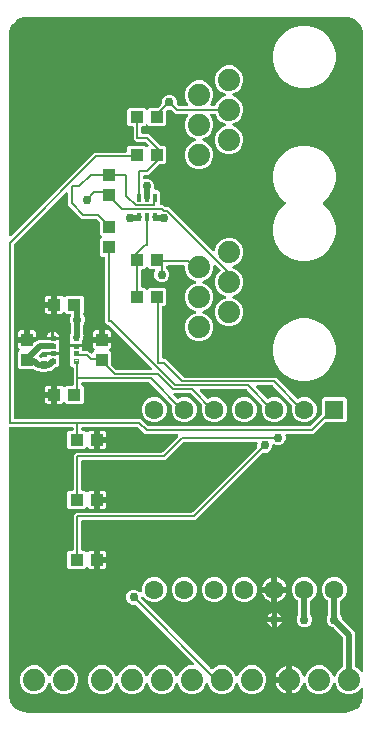
<source format=gbr>
G04 EAGLE Gerber RS-274X export*
G75*
%MOIN*%
%FSLAX34Y34*%
%LPD*%
%INTop Copper*%
%IPPOS*%
%AMOC8*
5,1,8,0,0,1.08239X$1,22.5*%
G01*
%ADD10R,0.039370X0.043307*%
%ADD11R,0.043307X0.039370*%
%ADD12C,0.074000*%
%ADD13C,0.030000*%
%ADD14R,0.015748X0.031496*%
%ADD15C,0.004429*%
%ADD16R,0.062992X0.062992*%
%ADD17C,0.062992*%
%ADD18C,0.020000*%
%ADD19C,0.029780*%
%ADD20C,0.006000*%

G36*
X32872Y8401D02*
X32872Y8401D01*
X32873Y8401D01*
X32945Y8406D01*
X32952Y8407D01*
X32955Y8407D01*
X33093Y8444D01*
X33105Y8449D01*
X33230Y8521D01*
X33239Y8529D01*
X33240Y8529D01*
X33341Y8630D01*
X33349Y8640D01*
X33349Y8641D01*
X33421Y8765D01*
X33426Y8776D01*
X33426Y8777D01*
X33463Y8915D01*
X33464Y8923D01*
X33465Y8925D01*
X33469Y8997D01*
X33469Y8999D01*
X33469Y9000D01*
X33469Y9185D01*
X33469Y9190D01*
X33468Y9196D01*
X33468Y9197D01*
X33466Y9202D01*
X33464Y9207D01*
X33463Y9208D01*
X33463Y9209D01*
X33460Y9213D01*
X33457Y9218D01*
X33456Y9218D01*
X33456Y9219D01*
X33451Y9222D01*
X33447Y9226D01*
X33446Y9226D01*
X33441Y9229D01*
X33436Y9231D01*
X33435Y9231D01*
X33435Y9232D01*
X33429Y9233D01*
X33424Y9234D01*
X33423Y9234D01*
X33417Y9233D01*
X33412Y9233D01*
X33411Y9233D01*
X33410Y9233D01*
X33405Y9231D01*
X33400Y9230D01*
X33399Y9229D01*
X33398Y9229D01*
X33388Y9222D01*
X33386Y9220D01*
X33385Y9220D01*
X33267Y9101D01*
X33094Y9029D01*
X32906Y9029D01*
X32733Y9101D01*
X32601Y9233D01*
X32545Y9367D01*
X32543Y9372D01*
X32540Y9377D01*
X32539Y9378D01*
X32535Y9382D01*
X32532Y9386D01*
X32531Y9386D01*
X32531Y9387D01*
X32526Y9390D01*
X32521Y9393D01*
X32520Y9393D01*
X32515Y9395D01*
X32509Y9397D01*
X32508Y9397D01*
X32503Y9397D01*
X32497Y9397D01*
X32496Y9397D01*
X32490Y9396D01*
X32485Y9395D01*
X32484Y9395D01*
X32479Y9392D01*
X32474Y9390D01*
X32473Y9389D01*
X32472Y9389D01*
X32468Y9385D01*
X32464Y9382D01*
X32464Y9381D01*
X32463Y9381D01*
X32456Y9371D01*
X32455Y9368D01*
X32454Y9367D01*
X32399Y9233D01*
X32267Y9101D01*
X32094Y9029D01*
X31906Y9029D01*
X31733Y9101D01*
X31601Y9233D01*
X31544Y9371D01*
X31543Y9372D01*
X31543Y9373D01*
X31540Y9377D01*
X31538Y9381D01*
X31537Y9382D01*
X31536Y9383D01*
X31533Y9387D01*
X31529Y9390D01*
X31528Y9391D01*
X31527Y9392D01*
X31523Y9394D01*
X31519Y9397D01*
X31517Y9397D01*
X31516Y9398D01*
X31511Y9399D01*
X31507Y9400D01*
X31505Y9400D01*
X31504Y9401D01*
X31499Y9401D01*
X31494Y9401D01*
X31493Y9401D01*
X31492Y9400D01*
X31487Y9399D01*
X31482Y9398D01*
X31481Y9398D01*
X31480Y9397D01*
X31475Y9395D01*
X31471Y9393D01*
X31470Y9392D01*
X31469Y9391D01*
X31465Y9388D01*
X31462Y9384D01*
X31461Y9383D01*
X31460Y9382D01*
X31459Y9380D01*
X31455Y9374D01*
X31453Y9369D01*
X31452Y9367D01*
X31436Y9319D01*
X31403Y9253D01*
X31359Y9193D01*
X31307Y9141D01*
X31247Y9097D01*
X31181Y9064D01*
X31110Y9041D01*
X31099Y9039D01*
X31099Y9450D01*
X31099Y9455D01*
X31098Y9460D01*
X31098Y9461D01*
X31098Y9462D01*
X31096Y9467D01*
X31094Y9472D01*
X31094Y9473D01*
X31093Y9474D01*
X31090Y9478D01*
X31087Y9482D01*
X31086Y9483D01*
X31086Y9484D01*
X31082Y9487D01*
X31078Y9490D01*
X31077Y9491D01*
X31076Y9492D01*
X31072Y9494D01*
X31067Y9496D01*
X31066Y9496D01*
X31065Y9497D01*
X31053Y9499D01*
X31051Y9499D01*
X31050Y9499D01*
X30999Y9499D01*
X30999Y9501D01*
X31050Y9501D01*
X31055Y9501D01*
X31060Y9502D01*
X31061Y9502D01*
X31062Y9502D01*
X31067Y9504D01*
X31072Y9506D01*
X31073Y9506D01*
X31074Y9507D01*
X31078Y9510D01*
X31082Y9513D01*
X31083Y9514D01*
X31084Y9514D01*
X31087Y9518D01*
X31090Y9522D01*
X31091Y9523D01*
X31092Y9524D01*
X31094Y9528D01*
X31096Y9533D01*
X31096Y9534D01*
X31097Y9535D01*
X31099Y9547D01*
X31099Y9549D01*
X31099Y9550D01*
X31099Y9961D01*
X31110Y9959D01*
X31181Y9936D01*
X31247Y9903D01*
X31307Y9859D01*
X31359Y9807D01*
X31403Y9747D01*
X31436Y9681D01*
X31452Y9633D01*
X31452Y9632D01*
X31453Y9631D01*
X31455Y9626D01*
X31457Y9622D01*
X31458Y9621D01*
X31458Y9620D01*
X31462Y9616D01*
X31465Y9612D01*
X31466Y9612D01*
X31467Y9611D01*
X31471Y9608D01*
X31475Y9605D01*
X31476Y9605D01*
X31477Y9604D01*
X31482Y9602D01*
X31487Y9600D01*
X31488Y9600D01*
X31489Y9600D01*
X31494Y9600D01*
X31499Y9599D01*
X31500Y9599D01*
X31502Y9599D01*
X31506Y9600D01*
X31511Y9601D01*
X31513Y9601D01*
X31514Y9601D01*
X31518Y9604D01*
X31523Y9605D01*
X31524Y9606D01*
X31525Y9607D01*
X31529Y9610D01*
X31533Y9613D01*
X31534Y9614D01*
X31535Y9615D01*
X31536Y9617D01*
X31541Y9623D01*
X31543Y9627D01*
X31544Y9629D01*
X31601Y9767D01*
X31733Y9899D01*
X31906Y9971D01*
X32094Y9971D01*
X32267Y9899D01*
X32399Y9767D01*
X32454Y9633D01*
X32457Y9628D01*
X32460Y9623D01*
X32461Y9622D01*
X32465Y9618D01*
X32468Y9614D01*
X32469Y9614D01*
X32469Y9613D01*
X32474Y9610D01*
X32479Y9607D01*
X32480Y9607D01*
X32485Y9605D01*
X32491Y9603D01*
X32492Y9603D01*
X32497Y9603D01*
X32503Y9603D01*
X32504Y9603D01*
X32510Y9604D01*
X32515Y9605D01*
X32516Y9605D01*
X32521Y9608D01*
X32526Y9610D01*
X32527Y9611D01*
X32528Y9611D01*
X32532Y9615D01*
X32536Y9618D01*
X32536Y9619D01*
X32537Y9619D01*
X32544Y9629D01*
X32545Y9632D01*
X32545Y9633D01*
X32601Y9767D01*
X32733Y9899D01*
X32769Y9914D01*
X32770Y9915D01*
X32772Y9915D01*
X32776Y9918D01*
X32780Y9920D01*
X32781Y9921D01*
X32782Y9922D01*
X32785Y9925D01*
X32789Y9929D01*
X32789Y9930D01*
X32790Y9931D01*
X32793Y9935D01*
X32795Y9939D01*
X32795Y9941D01*
X32796Y9942D01*
X32797Y9945D01*
X32799Y9951D01*
X32799Y9957D01*
X32799Y9959D01*
X32799Y10896D01*
X32799Y10901D01*
X32799Y10905D01*
X32798Y10907D01*
X32798Y10909D01*
X32796Y10913D01*
X32795Y10917D01*
X32794Y10918D01*
X32793Y10920D01*
X32786Y10930D01*
X32785Y10931D01*
X32481Y11235D01*
X32478Y11237D01*
X32475Y11240D01*
X32473Y11241D01*
X32471Y11242D01*
X32468Y11244D01*
X32464Y11246D01*
X32462Y11246D01*
X32460Y11247D01*
X32452Y11249D01*
X32358Y11287D01*
X32287Y11358D01*
X32249Y11450D01*
X32249Y11550D01*
X32288Y11643D01*
X32290Y11646D01*
X32291Y11648D01*
X32292Y11649D01*
X32294Y11653D01*
X32296Y11657D01*
X32296Y11658D01*
X32297Y11661D01*
X32299Y11673D01*
X32299Y11674D01*
X32299Y12100D01*
X32299Y12102D01*
X32299Y12103D01*
X32298Y12108D01*
X32298Y12113D01*
X32297Y12114D01*
X32297Y12115D01*
X32295Y12120D01*
X32293Y12124D01*
X32292Y12125D01*
X32292Y12127D01*
X32289Y12130D01*
X32286Y12134D01*
X32285Y12135D01*
X32284Y12136D01*
X32281Y12138D01*
X32276Y12142D01*
X32271Y12144D01*
X32269Y12146D01*
X32265Y12148D01*
X32148Y12265D01*
X32084Y12417D01*
X32084Y12583D01*
X32148Y12735D01*
X32265Y12852D01*
X32417Y12916D01*
X32583Y12916D01*
X32735Y12852D01*
X32852Y12735D01*
X32916Y12583D01*
X32916Y12417D01*
X32852Y12265D01*
X32735Y12148D01*
X32731Y12146D01*
X32730Y12145D01*
X32728Y12145D01*
X32724Y12142D01*
X32720Y12140D01*
X32719Y12139D01*
X32718Y12138D01*
X32715Y12134D01*
X32711Y12131D01*
X32711Y12130D01*
X32710Y12129D01*
X32707Y12124D01*
X32705Y12120D01*
X32705Y12119D01*
X32704Y12118D01*
X32703Y12115D01*
X32701Y12108D01*
X32701Y12103D01*
X32701Y12100D01*
X32701Y11674D01*
X32701Y11670D01*
X32701Y11666D01*
X32702Y11664D01*
X32702Y11662D01*
X32704Y11658D01*
X32705Y11654D01*
X32706Y11653D01*
X32707Y11650D01*
X32712Y11644D01*
X32751Y11548D01*
X32751Y11545D01*
X32752Y11543D01*
X32752Y11541D01*
X32754Y11537D01*
X32755Y11533D01*
X32756Y11532D01*
X32757Y11530D01*
X32763Y11522D01*
X32763Y11521D01*
X32764Y11520D01*
X32765Y11519D01*
X33170Y11114D01*
X33201Y11040D01*
X33201Y9959D01*
X33201Y9958D01*
X33201Y9956D01*
X33202Y9952D01*
X33202Y9947D01*
X33203Y9946D01*
X33203Y9944D01*
X33205Y9940D01*
X33207Y9935D01*
X33208Y9934D01*
X33208Y9933D01*
X33211Y9929D01*
X33214Y9925D01*
X33215Y9924D01*
X33216Y9923D01*
X33219Y9922D01*
X33224Y9918D01*
X33229Y9915D01*
X33231Y9914D01*
X33267Y9899D01*
X33385Y9780D01*
X33390Y9777D01*
X33394Y9774D01*
X33395Y9773D01*
X33400Y9771D01*
X33405Y9768D01*
X33406Y9768D01*
X33407Y9768D01*
X33412Y9767D01*
X33417Y9766D01*
X33418Y9766D01*
X33419Y9766D01*
X33424Y9767D01*
X33430Y9767D01*
X33431Y9767D01*
X33436Y9769D01*
X33442Y9771D01*
X33443Y9772D01*
X33447Y9775D01*
X33452Y9778D01*
X33453Y9779D01*
X33457Y9783D01*
X33460Y9787D01*
X33461Y9788D01*
X33464Y9793D01*
X33466Y9798D01*
X33466Y9799D01*
X33467Y9799D01*
X33469Y9811D01*
X33469Y9814D01*
X33469Y9815D01*
X33469Y30996D01*
X33469Y30998D01*
X33469Y30999D01*
X33465Y31071D01*
X33463Y31078D01*
X33463Y31081D01*
X33426Y31219D01*
X33421Y31231D01*
X33349Y31356D01*
X33342Y31365D01*
X33341Y31366D01*
X33240Y31467D01*
X33230Y31475D01*
X33105Y31547D01*
X33094Y31552D01*
X33093Y31552D01*
X32955Y31589D01*
X32948Y31590D01*
X32945Y31591D01*
X32873Y31595D01*
X32871Y31595D01*
X32870Y31595D01*
X22250Y31595D01*
X22248Y31595D01*
X22247Y31595D01*
X22175Y31591D01*
X22168Y31589D01*
X22165Y31589D01*
X22027Y31552D01*
X22015Y31547D01*
X21891Y31475D01*
X21881Y31468D01*
X21881Y31467D01*
X21880Y31467D01*
X21779Y31366D01*
X21771Y31356D01*
X21699Y31231D01*
X21697Y31226D01*
X21695Y31221D01*
X21695Y31220D01*
X21694Y31220D01*
X21694Y31219D01*
X21657Y31081D01*
X21656Y31074D01*
X21656Y31071D01*
X21651Y30999D01*
X21651Y30997D01*
X21651Y30996D01*
X21651Y24330D01*
X21651Y24324D01*
X21652Y24318D01*
X21652Y24317D01*
X21654Y24312D01*
X21656Y24307D01*
X21657Y24306D01*
X21660Y24301D01*
X21663Y24297D01*
X21664Y24296D01*
X21669Y24292D01*
X21673Y24288D01*
X21674Y24288D01*
X21679Y24285D01*
X21684Y24283D01*
X21685Y24283D01*
X21691Y24282D01*
X21696Y24280D01*
X21697Y24280D01*
X21703Y24281D01*
X21709Y24281D01*
X21710Y24281D01*
X21715Y24283D01*
X21720Y24285D01*
X21721Y24285D01*
X21722Y24285D01*
X21732Y24292D01*
X21734Y24294D01*
X21735Y24295D01*
X24508Y27068D01*
X25549Y27068D01*
X25554Y27069D01*
X25559Y27069D01*
X25560Y27070D01*
X25561Y27070D01*
X25566Y27072D01*
X25570Y27073D01*
X25571Y27074D01*
X25573Y27074D01*
X25577Y27077D01*
X25581Y27080D01*
X25582Y27081D01*
X25583Y27082D01*
X25586Y27086D01*
X25589Y27089D01*
X25590Y27090D01*
X25591Y27091D01*
X25593Y27096D01*
X25595Y27100D01*
X25595Y27101D01*
X25596Y27103D01*
X25598Y27115D01*
X25598Y27116D01*
X25598Y27117D01*
X25598Y27239D01*
X25657Y27298D01*
X26174Y27298D01*
X26215Y27256D01*
X26219Y27253D01*
X26223Y27250D01*
X26224Y27249D01*
X26225Y27248D01*
X26230Y27246D01*
X26234Y27244D01*
X26235Y27244D01*
X26236Y27244D01*
X26241Y27243D01*
X26246Y27242D01*
X26247Y27242D01*
X26249Y27242D01*
X26254Y27242D01*
X26259Y27242D01*
X26260Y27243D01*
X26261Y27243D01*
X26266Y27245D01*
X26270Y27246D01*
X26271Y27247D01*
X26273Y27247D01*
X26283Y27254D01*
X26284Y27255D01*
X26285Y27256D01*
X26293Y27265D01*
X26296Y27268D01*
X26300Y27272D01*
X26300Y27273D01*
X26301Y27274D01*
X26303Y27279D01*
X26305Y27283D01*
X26305Y27285D01*
X26306Y27286D01*
X26307Y27291D01*
X26308Y27296D01*
X26308Y27297D01*
X26308Y27298D01*
X26307Y27303D01*
X26307Y27308D01*
X26307Y27309D01*
X26307Y27310D01*
X26305Y27315D01*
X26303Y27320D01*
X26303Y27321D01*
X26302Y27322D01*
X26295Y27332D01*
X26294Y27333D01*
X26293Y27334D01*
X26210Y27417D01*
X26207Y27420D01*
X26204Y27423D01*
X26202Y27424D01*
X26200Y27425D01*
X26196Y27427D01*
X26193Y27429D01*
X26191Y27429D01*
X26189Y27430D01*
X26177Y27432D01*
X26176Y27432D01*
X26175Y27432D01*
X25883Y27432D01*
X25807Y27508D01*
X25807Y27903D01*
X25806Y27908D01*
X25806Y27913D01*
X25805Y27914D01*
X25805Y27915D01*
X25803Y27920D01*
X25802Y27925D01*
X25801Y27926D01*
X25801Y27927D01*
X25798Y27931D01*
X25795Y27935D01*
X25794Y27936D01*
X25793Y27937D01*
X25789Y27940D01*
X25786Y27943D01*
X25785Y27944D01*
X25784Y27945D01*
X25779Y27947D01*
X25775Y27949D01*
X25774Y27949D01*
X25772Y27950D01*
X25760Y27952D01*
X25759Y27952D01*
X25758Y27952D01*
X25657Y27952D01*
X25598Y28011D01*
X25598Y28489D01*
X25657Y28548D01*
X26174Y28548D01*
X26215Y28506D01*
X26219Y28503D01*
X26223Y28500D01*
X26224Y28499D01*
X26225Y28498D01*
X26230Y28496D01*
X26234Y28494D01*
X26235Y28494D01*
X26236Y28494D01*
X26241Y28493D01*
X26246Y28492D01*
X26247Y28492D01*
X26249Y28492D01*
X26254Y28492D01*
X26259Y28492D01*
X26260Y28493D01*
X26261Y28493D01*
X26266Y28495D01*
X26270Y28496D01*
X26271Y28497D01*
X26273Y28497D01*
X26283Y28504D01*
X26284Y28505D01*
X26285Y28506D01*
X26326Y28548D01*
X26592Y28548D01*
X26597Y28548D01*
X26601Y28548D01*
X26603Y28549D01*
X26605Y28549D01*
X26609Y28551D01*
X26613Y28552D01*
X26614Y28553D01*
X26616Y28554D01*
X26626Y28561D01*
X26627Y28562D01*
X26735Y28670D01*
X26737Y28673D01*
X26740Y28676D01*
X26741Y28678D01*
X26742Y28680D01*
X26744Y28684D01*
X26746Y28687D01*
X26746Y28689D01*
X26747Y28691D01*
X26749Y28703D01*
X26749Y28704D01*
X26749Y28705D01*
X26749Y28800D01*
X26787Y28892D01*
X26858Y28963D01*
X26950Y29001D01*
X27050Y29001D01*
X27142Y28963D01*
X27213Y28892D01*
X27251Y28800D01*
X27251Y28705D01*
X27251Y28700D01*
X27251Y28696D01*
X27252Y28694D01*
X27252Y28692D01*
X27254Y28688D01*
X27255Y28684D01*
X27256Y28683D01*
X27257Y28681D01*
X27264Y28671D01*
X27265Y28670D01*
X27290Y28645D01*
X27293Y28643D01*
X27296Y28640D01*
X27298Y28639D01*
X27300Y28638D01*
X27304Y28636D01*
X27307Y28634D01*
X27309Y28634D01*
X27311Y28633D01*
X27323Y28631D01*
X27324Y28631D01*
X27325Y28631D01*
X27585Y28631D01*
X27590Y28631D01*
X27596Y28632D01*
X27597Y28632D01*
X27602Y28634D01*
X27607Y28636D01*
X27608Y28637D01*
X27613Y28640D01*
X27618Y28643D01*
X27618Y28644D01*
X27619Y28644D01*
X27622Y28649D01*
X27626Y28653D01*
X27626Y28654D01*
X27629Y28659D01*
X27631Y28664D01*
X27631Y28665D01*
X27632Y28665D01*
X27633Y28671D01*
X27634Y28676D01*
X27634Y28677D01*
X27633Y28683D01*
X27633Y28689D01*
X27633Y28690D01*
X27631Y28695D01*
X27629Y28700D01*
X27629Y28701D01*
X27629Y28702D01*
X27622Y28712D01*
X27620Y28714D01*
X27619Y28715D01*
X27601Y28733D01*
X27529Y28906D01*
X27529Y29094D01*
X27601Y29267D01*
X27733Y29399D01*
X27906Y29471D01*
X28094Y29471D01*
X28267Y29399D01*
X28399Y29267D01*
X28471Y29094D01*
X28471Y28906D01*
X28399Y28733D01*
X28381Y28715D01*
X28377Y28710D01*
X28374Y28706D01*
X28373Y28706D01*
X28373Y28705D01*
X28371Y28700D01*
X28368Y28695D01*
X28368Y28694D01*
X28367Y28688D01*
X28366Y28683D01*
X28366Y28682D01*
X28366Y28681D01*
X28367Y28676D01*
X28367Y28670D01*
X28367Y28669D01*
X28369Y28664D01*
X28371Y28658D01*
X28372Y28657D01*
X28375Y28653D01*
X28378Y28648D01*
X28379Y28647D01*
X28383Y28643D01*
X28387Y28640D01*
X28388Y28639D01*
X28393Y28636D01*
X28398Y28634D01*
X28399Y28634D01*
X28399Y28633D01*
X28412Y28631D01*
X28414Y28631D01*
X28415Y28631D01*
X28512Y28631D01*
X28513Y28631D01*
X28515Y28631D01*
X28519Y28632D01*
X28524Y28632D01*
X28525Y28633D01*
X28527Y28633D01*
X28531Y28635D01*
X28536Y28637D01*
X28537Y28638D01*
X28538Y28638D01*
X28542Y28641D01*
X28546Y28644D01*
X28547Y28645D01*
X28548Y28646D01*
X28549Y28649D01*
X28553Y28654D01*
X28556Y28659D01*
X28557Y28661D01*
X28601Y28767D01*
X28733Y28899D01*
X28867Y28954D01*
X28872Y28957D01*
X28877Y28960D01*
X28878Y28961D01*
X28882Y28965D01*
X28886Y28968D01*
X28886Y28969D01*
X28887Y28969D01*
X28890Y28974D01*
X28893Y28979D01*
X28893Y28980D01*
X28895Y28985D01*
X28897Y28991D01*
X28897Y28992D01*
X28897Y28997D01*
X28897Y29003D01*
X28897Y29004D01*
X28896Y29010D01*
X28895Y29015D01*
X28895Y29016D01*
X28892Y29021D01*
X28890Y29026D01*
X28889Y29027D01*
X28889Y29028D01*
X28885Y29032D01*
X28882Y29036D01*
X28881Y29036D01*
X28881Y29037D01*
X28871Y29044D01*
X28868Y29045D01*
X28867Y29045D01*
X28733Y29101D01*
X28601Y29233D01*
X28529Y29406D01*
X28529Y29594D01*
X28601Y29767D01*
X28733Y29899D01*
X28906Y29971D01*
X29094Y29971D01*
X29267Y29899D01*
X29399Y29767D01*
X29471Y29594D01*
X29471Y29406D01*
X29399Y29233D01*
X29267Y29101D01*
X29133Y29045D01*
X29128Y29043D01*
X29123Y29040D01*
X29122Y29039D01*
X29118Y29035D01*
X29114Y29032D01*
X29114Y29031D01*
X29113Y29031D01*
X29110Y29026D01*
X29107Y29021D01*
X29107Y29020D01*
X29105Y29015D01*
X29103Y29009D01*
X29103Y29008D01*
X29103Y29003D01*
X29103Y28997D01*
X29103Y28996D01*
X29104Y28990D01*
X29105Y28985D01*
X29105Y28984D01*
X29108Y28979D01*
X29110Y28974D01*
X29111Y28973D01*
X29111Y28972D01*
X29115Y28968D01*
X29118Y28964D01*
X29119Y28964D01*
X29119Y28963D01*
X29129Y28956D01*
X29132Y28955D01*
X29133Y28954D01*
X29267Y28899D01*
X29399Y28767D01*
X29471Y28594D01*
X29471Y28406D01*
X29399Y28233D01*
X29267Y28101D01*
X29133Y28045D01*
X29128Y28043D01*
X29123Y28040D01*
X29122Y28039D01*
X29118Y28035D01*
X29114Y28032D01*
X29114Y28031D01*
X29113Y28031D01*
X29110Y28026D01*
X29107Y28021D01*
X29107Y28020D01*
X29105Y28015D01*
X29103Y28009D01*
X29103Y28008D01*
X29103Y28003D01*
X29103Y27997D01*
X29103Y27996D01*
X29104Y27990D01*
X29105Y27985D01*
X29105Y27984D01*
X29108Y27979D01*
X29110Y27974D01*
X29111Y27973D01*
X29111Y27972D01*
X29115Y27968D01*
X29118Y27964D01*
X29119Y27964D01*
X29119Y27963D01*
X29129Y27956D01*
X29132Y27955D01*
X29133Y27954D01*
X29267Y27899D01*
X29399Y27767D01*
X29471Y27594D01*
X29471Y27406D01*
X29399Y27233D01*
X29267Y27101D01*
X29094Y27029D01*
X28906Y27029D01*
X28733Y27101D01*
X28601Y27233D01*
X28529Y27406D01*
X28529Y27594D01*
X28601Y27767D01*
X28733Y27899D01*
X28867Y27954D01*
X28872Y27957D01*
X28877Y27960D01*
X28878Y27961D01*
X28882Y27965D01*
X28886Y27968D01*
X28886Y27969D01*
X28887Y27969D01*
X28890Y27974D01*
X28893Y27979D01*
X28893Y27980D01*
X28895Y27985D01*
X28897Y27991D01*
X28897Y27992D01*
X28897Y27997D01*
X28897Y28003D01*
X28897Y28004D01*
X28896Y28010D01*
X28895Y28015D01*
X28895Y28016D01*
X28892Y28021D01*
X28890Y28026D01*
X28889Y28027D01*
X28889Y28028D01*
X28885Y28032D01*
X28882Y28036D01*
X28881Y28036D01*
X28881Y28037D01*
X28871Y28044D01*
X28868Y28045D01*
X28867Y28045D01*
X28733Y28101D01*
X28601Y28233D01*
X28557Y28339D01*
X28556Y28340D01*
X28556Y28342D01*
X28553Y28346D01*
X28551Y28350D01*
X28550Y28351D01*
X28549Y28352D01*
X28546Y28355D01*
X28542Y28359D01*
X28541Y28359D01*
X28540Y28360D01*
X28536Y28363D01*
X28532Y28365D01*
X28530Y28365D01*
X28529Y28366D01*
X28526Y28367D01*
X28520Y28369D01*
X28514Y28369D01*
X28512Y28369D01*
X28415Y28369D01*
X28410Y28369D01*
X28404Y28368D01*
X28403Y28368D01*
X28398Y28366D01*
X28393Y28364D01*
X28392Y28363D01*
X28387Y28360D01*
X28382Y28357D01*
X28382Y28356D01*
X28381Y28356D01*
X28378Y28351D01*
X28374Y28347D01*
X28374Y28346D01*
X28371Y28341D01*
X28369Y28336D01*
X28369Y28335D01*
X28368Y28335D01*
X28367Y28329D01*
X28366Y28324D01*
X28366Y28323D01*
X28367Y28317D01*
X28367Y28311D01*
X28367Y28310D01*
X28369Y28305D01*
X28371Y28300D01*
X28371Y28299D01*
X28371Y28298D01*
X28378Y28288D01*
X28380Y28286D01*
X28381Y28285D01*
X28399Y28267D01*
X28471Y28094D01*
X28471Y27906D01*
X28399Y27733D01*
X28267Y27601D01*
X28133Y27545D01*
X28128Y27543D01*
X28123Y27540D01*
X28122Y27539D01*
X28118Y27535D01*
X28114Y27532D01*
X28114Y27531D01*
X28113Y27531D01*
X28110Y27526D01*
X28107Y27521D01*
X28107Y27520D01*
X28105Y27515D01*
X28103Y27509D01*
X28103Y27508D01*
X28103Y27503D01*
X28103Y27497D01*
X28103Y27496D01*
X28104Y27490D01*
X28105Y27485D01*
X28105Y27484D01*
X28108Y27479D01*
X28110Y27474D01*
X28111Y27473D01*
X28111Y27472D01*
X28115Y27468D01*
X28118Y27464D01*
X28119Y27464D01*
X28119Y27463D01*
X28129Y27456D01*
X28132Y27455D01*
X28133Y27454D01*
X28267Y27399D01*
X28399Y27267D01*
X28471Y27094D01*
X28471Y26906D01*
X28399Y26733D01*
X28267Y26601D01*
X28094Y26529D01*
X27906Y26529D01*
X27733Y26601D01*
X27601Y26733D01*
X27529Y26906D01*
X27529Y27094D01*
X27601Y27267D01*
X27733Y27399D01*
X27867Y27454D01*
X27872Y27457D01*
X27877Y27460D01*
X27878Y27461D01*
X27882Y27465D01*
X27886Y27468D01*
X27886Y27469D01*
X27887Y27469D01*
X27890Y27474D01*
X27893Y27479D01*
X27893Y27480D01*
X27895Y27485D01*
X27897Y27491D01*
X27897Y27492D01*
X27897Y27497D01*
X27897Y27503D01*
X27897Y27504D01*
X27896Y27510D01*
X27895Y27515D01*
X27895Y27516D01*
X27892Y27521D01*
X27890Y27526D01*
X27889Y27527D01*
X27889Y27528D01*
X27885Y27532D01*
X27882Y27536D01*
X27881Y27536D01*
X27881Y27537D01*
X27871Y27544D01*
X27868Y27545D01*
X27867Y27545D01*
X27733Y27601D01*
X27601Y27733D01*
X27529Y27906D01*
X27529Y28094D01*
X27601Y28267D01*
X27619Y28285D01*
X27623Y28290D01*
X27626Y28294D01*
X27627Y28294D01*
X27627Y28295D01*
X27629Y28300D01*
X27632Y28305D01*
X27632Y28306D01*
X27633Y28312D01*
X27634Y28317D01*
X27634Y28318D01*
X27634Y28319D01*
X27633Y28324D01*
X27633Y28330D01*
X27633Y28331D01*
X27631Y28336D01*
X27629Y28342D01*
X27628Y28343D01*
X27625Y28347D01*
X27622Y28352D01*
X27621Y28353D01*
X27617Y28357D01*
X27613Y28360D01*
X27612Y28361D01*
X27607Y28364D01*
X27602Y28366D01*
X27601Y28366D01*
X27601Y28367D01*
X27588Y28369D01*
X27586Y28369D01*
X27585Y28369D01*
X27196Y28369D01*
X27080Y28485D01*
X27077Y28487D01*
X27074Y28490D01*
X27072Y28491D01*
X27070Y28492D01*
X27066Y28494D01*
X27063Y28496D01*
X27061Y28496D01*
X27059Y28497D01*
X27047Y28499D01*
X27046Y28499D01*
X27045Y28499D01*
X26955Y28499D01*
X26950Y28499D01*
X26946Y28499D01*
X26944Y28498D01*
X26942Y28498D01*
X26938Y28496D01*
X26934Y28495D01*
X26933Y28494D01*
X26931Y28493D01*
X26921Y28486D01*
X26920Y28485D01*
X26916Y28481D01*
X26914Y28478D01*
X26911Y28475D01*
X26910Y28473D01*
X26909Y28472D01*
X26907Y28468D01*
X26905Y28464D01*
X26905Y28462D01*
X26904Y28460D01*
X26902Y28448D01*
X26902Y28447D01*
X26902Y28011D01*
X26843Y27952D01*
X26326Y27952D01*
X26285Y27994D01*
X26281Y27997D01*
X26277Y28000D01*
X26276Y28001D01*
X26275Y28002D01*
X26270Y28004D01*
X26266Y28006D01*
X26265Y28006D01*
X26264Y28006D01*
X26259Y28007D01*
X26254Y28008D01*
X26253Y28008D01*
X26251Y28008D01*
X26246Y28008D01*
X26241Y28008D01*
X26240Y28007D01*
X26239Y28007D01*
X26234Y28005D01*
X26230Y28004D01*
X26229Y28003D01*
X26227Y28003D01*
X26217Y27996D01*
X26216Y27995D01*
X26215Y27994D01*
X26174Y27952D01*
X26117Y27952D01*
X26113Y27952D01*
X26108Y27951D01*
X26106Y27951D01*
X26105Y27951D01*
X26101Y27949D01*
X26096Y27947D01*
X26095Y27947D01*
X26094Y27946D01*
X26090Y27943D01*
X26086Y27941D01*
X26085Y27940D01*
X26084Y27939D01*
X26080Y27935D01*
X26077Y27931D01*
X26077Y27930D01*
X26076Y27929D01*
X26074Y27925D01*
X26071Y27920D01*
X26071Y27919D01*
X26071Y27918D01*
X26068Y27906D01*
X26068Y27904D01*
X26068Y27903D01*
X26068Y27742D01*
X26069Y27738D01*
X26069Y27733D01*
X26070Y27731D01*
X26070Y27730D01*
X26072Y27726D01*
X26073Y27721D01*
X26074Y27720D01*
X26074Y27719D01*
X26077Y27715D01*
X26080Y27711D01*
X26081Y27710D01*
X26082Y27709D01*
X26086Y27705D01*
X26089Y27702D01*
X26090Y27702D01*
X26091Y27701D01*
X26096Y27699D01*
X26100Y27696D01*
X26101Y27696D01*
X26103Y27696D01*
X26115Y27693D01*
X26116Y27693D01*
X26117Y27693D01*
X26304Y27693D01*
X26685Y27312D01*
X26689Y27309D01*
X26692Y27307D01*
X26694Y27306D01*
X26695Y27304D01*
X26699Y27303D01*
X26703Y27301D01*
X26704Y27300D01*
X26707Y27300D01*
X26719Y27298D01*
X26720Y27298D01*
X26843Y27298D01*
X26902Y27239D01*
X26902Y26761D01*
X26843Y26702D01*
X26720Y26702D01*
X26716Y26702D01*
X26712Y26702D01*
X26710Y26701D01*
X26708Y26701D01*
X26704Y26699D01*
X26700Y26698D01*
X26699Y26697D01*
X26696Y26696D01*
X26686Y26689D01*
X26686Y26688D01*
X26685Y26688D01*
X26304Y26307D01*
X26180Y26307D01*
X26175Y26306D01*
X26170Y26306D01*
X26169Y26305D01*
X26168Y26305D01*
X26163Y26303D01*
X26158Y26302D01*
X26157Y26301D01*
X26156Y26301D01*
X26152Y26298D01*
X26148Y26295D01*
X26147Y26294D01*
X26146Y26293D01*
X26143Y26289D01*
X26140Y26286D01*
X26139Y26285D01*
X26138Y26284D01*
X26136Y26279D01*
X26134Y26275D01*
X26134Y26274D01*
X26133Y26272D01*
X26131Y26260D01*
X26131Y26259D01*
X26131Y26258D01*
X26131Y26232D01*
X26131Y26230D01*
X26131Y26228D01*
X26132Y26224D01*
X26132Y26220D01*
X26133Y26218D01*
X26134Y26216D01*
X26135Y26212D01*
X26137Y26208D01*
X26138Y26206D01*
X26139Y26204D01*
X26142Y26201D01*
X26144Y26198D01*
X26146Y26197D01*
X26147Y26195D01*
X26151Y26193D01*
X26154Y26190D01*
X26156Y26189D01*
X26158Y26188D01*
X26161Y26187D01*
X26165Y26185D01*
X26167Y26185D01*
X26169Y26184D01*
X26173Y26184D01*
X26177Y26183D01*
X26180Y26183D01*
X26182Y26183D01*
X26184Y26183D01*
X26190Y26184D01*
X26196Y26186D01*
X26199Y26187D01*
X26200Y26187D01*
X26300Y26187D01*
X26391Y26149D01*
X26462Y26079D01*
X26500Y25987D01*
X26500Y25887D01*
X26499Y25883D01*
X26498Y25879D01*
X26498Y25877D01*
X26497Y25875D01*
X26498Y25871D01*
X26498Y25867D01*
X26498Y25865D01*
X26498Y25863D01*
X26500Y25859D01*
X26501Y25855D01*
X26502Y25853D01*
X26502Y25851D01*
X26505Y25847D01*
X26506Y25844D01*
X26508Y25842D01*
X26509Y25840D01*
X26512Y25838D01*
X26515Y25835D01*
X26517Y25834D01*
X26518Y25832D01*
X26522Y25830D01*
X26525Y25828D01*
X26527Y25827D01*
X26529Y25826D01*
X26532Y25826D01*
X26537Y25824D01*
X26544Y25824D01*
X26547Y25823D01*
X26626Y25823D01*
X26685Y25764D01*
X26685Y25367D01*
X26686Y25363D01*
X26686Y25358D01*
X26687Y25356D01*
X26687Y25355D01*
X26689Y25351D01*
X26690Y25346D01*
X26691Y25345D01*
X26692Y25344D01*
X26694Y25340D01*
X26697Y25336D01*
X26698Y25335D01*
X26699Y25334D01*
X26703Y25330D01*
X26706Y25327D01*
X26708Y25327D01*
X26709Y25326D01*
X26713Y25324D01*
X26717Y25321D01*
X26718Y25321D01*
X26720Y25321D01*
X26732Y25318D01*
X26734Y25318D01*
X26735Y25318D01*
X26804Y25318D01*
X26852Y25270D01*
X26856Y25268D01*
X26859Y25265D01*
X26861Y25264D01*
X26862Y25263D01*
X26866Y25261D01*
X26870Y25259D01*
X26871Y25259D01*
X26873Y25258D01*
X26886Y25256D01*
X26887Y25256D01*
X26992Y25256D01*
X28445Y23802D01*
X28450Y23799D01*
X28454Y23795D01*
X28455Y23795D01*
X28460Y23792D01*
X28465Y23790D01*
X28466Y23790D01*
X28472Y23789D01*
X28477Y23788D01*
X28478Y23788D01*
X28479Y23788D01*
X28484Y23788D01*
X28490Y23789D01*
X28491Y23789D01*
X28496Y23791D01*
X28502Y23793D01*
X28503Y23793D01*
X28507Y23797D01*
X28512Y23800D01*
X28513Y23800D01*
X28517Y23805D01*
X28520Y23809D01*
X28521Y23809D01*
X28521Y23810D01*
X28524Y23815D01*
X28526Y23820D01*
X28527Y23821D01*
X28529Y23833D01*
X28529Y23836D01*
X28529Y23837D01*
X28529Y23844D01*
X28601Y24017D01*
X28733Y24149D01*
X28906Y24221D01*
X29094Y24221D01*
X29267Y24149D01*
X29399Y24017D01*
X29471Y23844D01*
X29471Y23656D01*
X29399Y23483D01*
X29267Y23351D01*
X29133Y23295D01*
X29128Y23293D01*
X29123Y23290D01*
X29122Y23289D01*
X29118Y23285D01*
X29114Y23282D01*
X29114Y23281D01*
X29113Y23281D01*
X29110Y23276D01*
X29107Y23271D01*
X29107Y23270D01*
X29105Y23265D01*
X29103Y23259D01*
X29103Y23258D01*
X29103Y23253D01*
X29103Y23247D01*
X29103Y23246D01*
X29104Y23240D01*
X29105Y23235D01*
X29105Y23234D01*
X29108Y23229D01*
X29110Y23224D01*
X29111Y23223D01*
X29111Y23222D01*
X29115Y23218D01*
X29118Y23214D01*
X29119Y23214D01*
X29119Y23213D01*
X29129Y23206D01*
X29132Y23205D01*
X29133Y23204D01*
X29267Y23149D01*
X29399Y23017D01*
X29471Y22844D01*
X29471Y22656D01*
X29399Y22483D01*
X29267Y22351D01*
X29133Y22295D01*
X29128Y22293D01*
X29123Y22290D01*
X29122Y22289D01*
X29118Y22285D01*
X29114Y22282D01*
X29114Y22281D01*
X29113Y22281D01*
X29110Y22276D01*
X29107Y22271D01*
X29107Y22270D01*
X29105Y22265D01*
X29103Y22259D01*
X29103Y22258D01*
X29103Y22253D01*
X29103Y22247D01*
X29103Y22246D01*
X29104Y22240D01*
X29105Y22235D01*
X29105Y22234D01*
X29108Y22229D01*
X29110Y22224D01*
X29111Y22223D01*
X29111Y22222D01*
X29115Y22218D01*
X29118Y22214D01*
X29119Y22214D01*
X29119Y22213D01*
X29129Y22206D01*
X29132Y22205D01*
X29133Y22204D01*
X29267Y22149D01*
X29399Y22017D01*
X29471Y21844D01*
X29471Y21656D01*
X29399Y21483D01*
X29267Y21351D01*
X29094Y21279D01*
X28906Y21279D01*
X28733Y21351D01*
X28601Y21483D01*
X28529Y21656D01*
X28529Y21844D01*
X28601Y22017D01*
X28733Y22149D01*
X28867Y22204D01*
X28872Y22207D01*
X28877Y22210D01*
X28878Y22211D01*
X28882Y22215D01*
X28886Y22218D01*
X28886Y22219D01*
X28887Y22219D01*
X28890Y22224D01*
X28893Y22229D01*
X28893Y22230D01*
X28895Y22235D01*
X28897Y22241D01*
X28897Y22242D01*
X28897Y22247D01*
X28897Y22253D01*
X28897Y22254D01*
X28896Y22260D01*
X28895Y22265D01*
X28895Y22266D01*
X28892Y22271D01*
X28890Y22276D01*
X28889Y22277D01*
X28889Y22278D01*
X28885Y22282D01*
X28882Y22286D01*
X28881Y22286D01*
X28881Y22287D01*
X28871Y22294D01*
X28868Y22295D01*
X28867Y22295D01*
X28733Y22351D01*
X28601Y22483D01*
X28529Y22656D01*
X28529Y22844D01*
X28601Y23017D01*
X28696Y23112D01*
X28699Y23116D01*
X28702Y23119D01*
X28703Y23121D01*
X28704Y23122D01*
X28706Y23126D01*
X28708Y23131D01*
X28708Y23132D01*
X28709Y23133D01*
X28709Y23138D01*
X28710Y23143D01*
X28710Y23144D01*
X28711Y23145D01*
X28710Y23150D01*
X28710Y23155D01*
X28709Y23156D01*
X28709Y23158D01*
X28708Y23162D01*
X28706Y23167D01*
X28706Y23168D01*
X28705Y23169D01*
X28698Y23180D01*
X28697Y23181D01*
X28696Y23181D01*
X28555Y23323D01*
X28550Y23326D01*
X28546Y23330D01*
X28545Y23330D01*
X28540Y23333D01*
X28535Y23335D01*
X28534Y23335D01*
X28528Y23336D01*
X28523Y23337D01*
X28522Y23337D01*
X28521Y23337D01*
X28516Y23337D01*
X28510Y23336D01*
X28509Y23336D01*
X28504Y23334D01*
X28498Y23332D01*
X28497Y23332D01*
X28493Y23328D01*
X28488Y23325D01*
X28487Y23325D01*
X28483Y23320D01*
X28480Y23316D01*
X28479Y23316D01*
X28479Y23315D01*
X28476Y23310D01*
X28474Y23305D01*
X28473Y23304D01*
X28471Y23292D01*
X28471Y23289D01*
X28471Y23288D01*
X28471Y23156D01*
X28399Y22983D01*
X28267Y22851D01*
X28133Y22795D01*
X28128Y22793D01*
X28123Y22790D01*
X28122Y22789D01*
X28118Y22785D01*
X28114Y22782D01*
X28114Y22781D01*
X28113Y22781D01*
X28110Y22776D01*
X28107Y22771D01*
X28107Y22770D01*
X28105Y22765D01*
X28103Y22759D01*
X28103Y22758D01*
X28103Y22753D01*
X28103Y22747D01*
X28103Y22746D01*
X28104Y22740D01*
X28105Y22735D01*
X28105Y22734D01*
X28108Y22729D01*
X28110Y22724D01*
X28111Y22723D01*
X28111Y22722D01*
X28115Y22718D01*
X28118Y22714D01*
X28119Y22714D01*
X28119Y22713D01*
X28129Y22706D01*
X28132Y22705D01*
X28133Y22704D01*
X28267Y22649D01*
X28399Y22517D01*
X28471Y22344D01*
X28471Y22156D01*
X28399Y21983D01*
X28267Y21851D01*
X28133Y21795D01*
X28128Y21793D01*
X28123Y21790D01*
X28122Y21789D01*
X28118Y21785D01*
X28114Y21782D01*
X28114Y21781D01*
X28113Y21781D01*
X28110Y21776D01*
X28107Y21771D01*
X28107Y21770D01*
X28105Y21765D01*
X28103Y21759D01*
X28103Y21758D01*
X28103Y21753D01*
X28103Y21747D01*
X28103Y21746D01*
X28104Y21740D01*
X28105Y21735D01*
X28105Y21734D01*
X28108Y21729D01*
X28110Y21724D01*
X28111Y21723D01*
X28111Y21722D01*
X28115Y21718D01*
X28118Y21714D01*
X28119Y21714D01*
X28119Y21713D01*
X28129Y21706D01*
X28132Y21705D01*
X28133Y21704D01*
X28267Y21649D01*
X28399Y21517D01*
X28471Y21344D01*
X28471Y21156D01*
X28399Y20983D01*
X28267Y20851D01*
X28094Y20779D01*
X27906Y20779D01*
X27733Y20851D01*
X27601Y20983D01*
X27529Y21156D01*
X27529Y21344D01*
X27601Y21517D01*
X27733Y21649D01*
X27867Y21704D01*
X27872Y21707D01*
X27877Y21710D01*
X27878Y21711D01*
X27882Y21715D01*
X27886Y21718D01*
X27886Y21719D01*
X27887Y21719D01*
X27890Y21724D01*
X27893Y21729D01*
X27893Y21730D01*
X27895Y21735D01*
X27897Y21741D01*
X27897Y21742D01*
X27897Y21747D01*
X27897Y21753D01*
X27897Y21754D01*
X27896Y21760D01*
X27895Y21765D01*
X27895Y21766D01*
X27892Y21771D01*
X27890Y21776D01*
X27889Y21777D01*
X27889Y21778D01*
X27885Y21782D01*
X27882Y21786D01*
X27881Y21786D01*
X27881Y21787D01*
X27871Y21794D01*
X27868Y21795D01*
X27867Y21795D01*
X27733Y21851D01*
X27601Y21983D01*
X27529Y22156D01*
X27529Y22344D01*
X27601Y22517D01*
X27733Y22649D01*
X27867Y22704D01*
X27872Y22707D01*
X27877Y22710D01*
X27878Y22711D01*
X27882Y22715D01*
X27886Y22718D01*
X27886Y22719D01*
X27887Y22719D01*
X27890Y22724D01*
X27893Y22729D01*
X27893Y22730D01*
X27895Y22735D01*
X27897Y22741D01*
X27897Y22742D01*
X27897Y22747D01*
X27897Y22753D01*
X27897Y22754D01*
X27896Y22760D01*
X27895Y22765D01*
X27895Y22766D01*
X27892Y22771D01*
X27890Y22776D01*
X27889Y22777D01*
X27889Y22778D01*
X27885Y22782D01*
X27882Y22786D01*
X27881Y22786D01*
X27881Y22787D01*
X27871Y22794D01*
X27868Y22795D01*
X27867Y22795D01*
X27733Y22851D01*
X27601Y22983D01*
X27529Y23156D01*
X27529Y23258D01*
X27529Y23262D01*
X27528Y23267D01*
X27528Y23269D01*
X27528Y23270D01*
X27526Y23274D01*
X27524Y23279D01*
X27524Y23280D01*
X27523Y23281D01*
X27520Y23285D01*
X27517Y23289D01*
X27516Y23290D01*
X27516Y23291D01*
X27512Y23295D01*
X27508Y23298D01*
X27507Y23298D01*
X27506Y23299D01*
X27502Y23301D01*
X27497Y23304D01*
X27496Y23304D01*
X27495Y23304D01*
X27483Y23307D01*
X27481Y23307D01*
X27480Y23307D01*
X26951Y23307D01*
X26946Y23306D01*
X26941Y23306D01*
X26940Y23305D01*
X26939Y23305D01*
X26934Y23303D01*
X26930Y23302D01*
X26929Y23301D01*
X26927Y23301D01*
X26923Y23298D01*
X26919Y23295D01*
X26918Y23294D01*
X26917Y23293D01*
X26914Y23289D01*
X26911Y23286D01*
X26910Y23285D01*
X26909Y23284D01*
X26907Y23279D01*
X26905Y23275D01*
X26905Y23274D01*
X26904Y23272D01*
X26902Y23260D01*
X26901Y23259D01*
X26901Y23258D01*
X26900Y23257D01*
X26898Y23253D01*
X26896Y23248D01*
X26895Y23247D01*
X26895Y23246D01*
X26894Y23241D01*
X26893Y23236D01*
X26893Y23235D01*
X26893Y23233D01*
X26893Y23228D01*
X26894Y23224D01*
X26894Y23222D01*
X26894Y23221D01*
X26896Y23216D01*
X26897Y23212D01*
X26898Y23211D01*
X26899Y23209D01*
X26906Y23199D01*
X26907Y23198D01*
X26907Y23197D01*
X26963Y23142D01*
X27001Y23050D01*
X27001Y22950D01*
X26963Y22858D01*
X26892Y22787D01*
X26800Y22749D01*
X26700Y22749D01*
X26608Y22787D01*
X26537Y22858D01*
X26499Y22950D01*
X26499Y23050D01*
X26534Y23134D01*
X26535Y23136D01*
X26536Y23138D01*
X26536Y23142D01*
X26537Y23146D01*
X26538Y23148D01*
X26538Y23151D01*
X26538Y23155D01*
X26538Y23159D01*
X26537Y23161D01*
X26537Y23163D01*
X26536Y23167D01*
X26535Y23171D01*
X26534Y23173D01*
X26533Y23175D01*
X26531Y23178D01*
X26529Y23182D01*
X26527Y23183D01*
X26526Y23185D01*
X26523Y23188D01*
X26520Y23191D01*
X26519Y23192D01*
X26517Y23193D01*
X26513Y23195D01*
X26510Y23198D01*
X26508Y23198D01*
X26506Y23199D01*
X26503Y23200D01*
X26498Y23201D01*
X26491Y23202D01*
X26489Y23202D01*
X26326Y23202D01*
X26285Y23244D01*
X26281Y23247D01*
X26277Y23250D01*
X26276Y23251D01*
X26275Y23252D01*
X26270Y23254D01*
X26266Y23256D01*
X26265Y23256D01*
X26264Y23256D01*
X26259Y23257D01*
X26254Y23258D01*
X26253Y23258D01*
X26251Y23258D01*
X26246Y23258D01*
X26241Y23258D01*
X26240Y23257D01*
X26239Y23257D01*
X26234Y23255D01*
X26230Y23254D01*
X26229Y23253D01*
X26227Y23253D01*
X26217Y23246D01*
X26216Y23245D01*
X26215Y23244D01*
X26174Y23202D01*
X26117Y23202D01*
X26113Y23202D01*
X26108Y23201D01*
X26106Y23201D01*
X26105Y23201D01*
X26101Y23199D01*
X26096Y23197D01*
X26095Y23197D01*
X26094Y23196D01*
X26090Y23193D01*
X26086Y23191D01*
X26085Y23190D01*
X26084Y23189D01*
X26080Y23185D01*
X26077Y23181D01*
X26077Y23180D01*
X26076Y23179D01*
X26074Y23175D01*
X26071Y23170D01*
X26071Y23169D01*
X26071Y23168D01*
X26068Y23156D01*
X26068Y23154D01*
X26068Y23153D01*
X26068Y22597D01*
X26069Y22592D01*
X26069Y22587D01*
X26070Y22586D01*
X26070Y22585D01*
X26072Y22580D01*
X26073Y22575D01*
X26074Y22574D01*
X26074Y22573D01*
X26077Y22569D01*
X26080Y22565D01*
X26081Y22564D01*
X26082Y22563D01*
X26086Y22560D01*
X26089Y22557D01*
X26090Y22556D01*
X26091Y22555D01*
X26096Y22553D01*
X26100Y22551D01*
X26101Y22551D01*
X26103Y22550D01*
X26115Y22548D01*
X26116Y22548D01*
X26117Y22548D01*
X26174Y22548D01*
X26215Y22506D01*
X26219Y22503D01*
X26223Y22500D01*
X26224Y22499D01*
X26225Y22498D01*
X26230Y22496D01*
X26234Y22494D01*
X26235Y22494D01*
X26236Y22494D01*
X26241Y22493D01*
X26246Y22492D01*
X26247Y22492D01*
X26249Y22492D01*
X26254Y22492D01*
X26259Y22492D01*
X26260Y22493D01*
X26261Y22493D01*
X26266Y22495D01*
X26270Y22496D01*
X26271Y22497D01*
X26273Y22497D01*
X26283Y22504D01*
X26284Y22505D01*
X26285Y22506D01*
X26326Y22548D01*
X26843Y22548D01*
X26902Y22489D01*
X26902Y22011D01*
X26843Y21952D01*
X26805Y21952D01*
X26800Y21952D01*
X26795Y21951D01*
X26794Y21951D01*
X26793Y21951D01*
X26788Y21949D01*
X26783Y21947D01*
X26782Y21947D01*
X26781Y21946D01*
X26777Y21943D01*
X26773Y21941D01*
X26772Y21940D01*
X26771Y21939D01*
X26768Y21935D01*
X26765Y21931D01*
X26764Y21930D01*
X26763Y21929D01*
X26761Y21925D01*
X26759Y21920D01*
X26759Y21919D01*
X26758Y21918D01*
X26756Y21906D01*
X26756Y21904D01*
X26756Y21903D01*
X26756Y20242D01*
X26756Y20238D01*
X26757Y20233D01*
X26757Y20231D01*
X26757Y20230D01*
X26759Y20226D01*
X26761Y20221D01*
X26761Y20220D01*
X26762Y20219D01*
X26765Y20215D01*
X26768Y20211D01*
X26769Y20210D01*
X26769Y20209D01*
X26773Y20205D01*
X26777Y20202D01*
X26778Y20202D01*
X26779Y20201D01*
X26783Y20199D01*
X26788Y20196D01*
X26789Y20196D01*
X26790Y20196D01*
X26802Y20193D01*
X26804Y20193D01*
X26805Y20193D01*
X26867Y20193D01*
X27477Y19583D01*
X27481Y19580D01*
X27484Y19577D01*
X27486Y19576D01*
X27487Y19575D01*
X27491Y19573D01*
X27495Y19571D01*
X27496Y19571D01*
X27498Y19570D01*
X27511Y19568D01*
X27512Y19568D01*
X30554Y19568D01*
X31245Y18877D01*
X31246Y18876D01*
X31247Y18875D01*
X31251Y18873D01*
X31255Y18870D01*
X31256Y18869D01*
X31258Y18868D01*
X31262Y18867D01*
X31266Y18865D01*
X31268Y18865D01*
X31269Y18864D01*
X31274Y18864D01*
X31279Y18863D01*
X31280Y18863D01*
X31282Y18863D01*
X31284Y18863D01*
X31291Y18864D01*
X31296Y18866D01*
X31299Y18867D01*
X31417Y18916D01*
X31583Y18916D01*
X31735Y18852D01*
X31852Y18735D01*
X31916Y18583D01*
X31916Y18417D01*
X31852Y18265D01*
X31735Y18148D01*
X31583Y18084D01*
X31417Y18084D01*
X31265Y18148D01*
X31148Y18265D01*
X31084Y18417D01*
X31084Y18583D01*
X31097Y18613D01*
X31097Y18614D01*
X31098Y18616D01*
X31099Y18620D01*
X31100Y18625D01*
X31100Y18626D01*
X31100Y18628D01*
X31100Y18633D01*
X31100Y18637D01*
X31100Y18639D01*
X31100Y18640D01*
X31098Y18645D01*
X31097Y18649D01*
X31097Y18651D01*
X31096Y18652D01*
X31095Y18654D01*
X31091Y18660D01*
X31088Y18664D01*
X31086Y18666D01*
X30460Y19292D01*
X30457Y19295D01*
X30454Y19298D01*
X30452Y19299D01*
X30450Y19300D01*
X30446Y19302D01*
X30443Y19304D01*
X30441Y19304D01*
X30439Y19305D01*
X30427Y19307D01*
X30426Y19307D01*
X30425Y19307D01*
X29935Y19307D01*
X29929Y19306D01*
X29923Y19305D01*
X29922Y19305D01*
X29917Y19303D01*
X29912Y19301D01*
X29911Y19301D01*
X29906Y19297D01*
X29902Y19294D01*
X29901Y19294D01*
X29901Y19293D01*
X29897Y19289D01*
X29893Y19285D01*
X29893Y19284D01*
X29890Y19279D01*
X29888Y19274D01*
X29888Y19273D01*
X29888Y19272D01*
X29887Y19267D01*
X29885Y19261D01*
X29885Y19260D01*
X29886Y19255D01*
X29886Y19249D01*
X29886Y19248D01*
X29888Y19242D01*
X29890Y19237D01*
X29890Y19236D01*
X29897Y19226D01*
X29899Y19224D01*
X29900Y19223D01*
X30245Y18877D01*
X30246Y18876D01*
X30247Y18875D01*
X30251Y18873D01*
X30255Y18870D01*
X30256Y18869D01*
X30258Y18868D01*
X30262Y18867D01*
X30266Y18865D01*
X30268Y18865D01*
X30269Y18864D01*
X30274Y18864D01*
X30279Y18863D01*
X30280Y18863D01*
X30282Y18863D01*
X30284Y18863D01*
X30291Y18864D01*
X30296Y18866D01*
X30299Y18867D01*
X30417Y18916D01*
X30583Y18916D01*
X30735Y18852D01*
X30852Y18735D01*
X30916Y18583D01*
X30916Y18417D01*
X30852Y18265D01*
X30735Y18148D01*
X30583Y18084D01*
X30417Y18084D01*
X30265Y18148D01*
X30148Y18265D01*
X30084Y18417D01*
X30084Y18583D01*
X30097Y18613D01*
X30097Y18614D01*
X30098Y18616D01*
X30099Y18620D01*
X30100Y18625D01*
X30100Y18626D01*
X30100Y18628D01*
X30100Y18633D01*
X30100Y18637D01*
X30100Y18639D01*
X30100Y18640D01*
X30098Y18645D01*
X30097Y18649D01*
X30097Y18651D01*
X30096Y18652D01*
X30095Y18654D01*
X30091Y18660D01*
X30088Y18664D01*
X30086Y18666D01*
X29585Y19167D01*
X29582Y19170D01*
X29579Y19173D01*
X29577Y19174D01*
X29575Y19175D01*
X29571Y19177D01*
X29568Y19179D01*
X29566Y19179D01*
X29564Y19180D01*
X29552Y19182D01*
X29551Y19182D01*
X29550Y19182D01*
X28060Y19182D01*
X28054Y19181D01*
X28048Y19180D01*
X28047Y19180D01*
X28042Y19178D01*
X28037Y19176D01*
X28036Y19176D01*
X28031Y19172D01*
X28027Y19169D01*
X28026Y19169D01*
X28026Y19168D01*
X28022Y19164D01*
X28018Y19160D01*
X28018Y19159D01*
X28015Y19154D01*
X28013Y19149D01*
X28013Y19148D01*
X28013Y19147D01*
X28012Y19142D01*
X28010Y19136D01*
X28010Y19135D01*
X28011Y19130D01*
X28011Y19124D01*
X28011Y19123D01*
X28013Y19117D01*
X28015Y19112D01*
X28015Y19111D01*
X28022Y19101D01*
X28024Y19099D01*
X28025Y19098D01*
X28245Y18877D01*
X28246Y18876D01*
X28247Y18875D01*
X28251Y18873D01*
X28255Y18870D01*
X28256Y18869D01*
X28258Y18868D01*
X28262Y18867D01*
X28266Y18865D01*
X28268Y18865D01*
X28269Y18864D01*
X28274Y18864D01*
X28279Y18863D01*
X28280Y18863D01*
X28282Y18863D01*
X28284Y18863D01*
X28291Y18864D01*
X28296Y18866D01*
X28299Y18867D01*
X28417Y18916D01*
X28583Y18916D01*
X28735Y18852D01*
X28852Y18735D01*
X28916Y18583D01*
X28916Y18417D01*
X28852Y18265D01*
X28735Y18148D01*
X28583Y18084D01*
X28417Y18084D01*
X28265Y18148D01*
X28148Y18265D01*
X28084Y18417D01*
X28084Y18583D01*
X28097Y18613D01*
X28097Y18614D01*
X28098Y18616D01*
X28099Y18620D01*
X28100Y18625D01*
X28100Y18626D01*
X28100Y18628D01*
X28100Y18633D01*
X28100Y18637D01*
X28100Y18639D01*
X28100Y18640D01*
X28098Y18645D01*
X28097Y18649D01*
X28097Y18651D01*
X28096Y18652D01*
X28095Y18654D01*
X28091Y18660D01*
X28088Y18664D01*
X28086Y18666D01*
X27710Y19042D01*
X27707Y19045D01*
X27704Y19048D01*
X27702Y19049D01*
X27700Y19050D01*
X27696Y19052D01*
X27693Y19054D01*
X27691Y19054D01*
X27689Y19055D01*
X27677Y19057D01*
X27676Y19057D01*
X27675Y19057D01*
X27185Y19057D01*
X27179Y19056D01*
X27173Y19055D01*
X27172Y19055D01*
X27167Y19053D01*
X27162Y19051D01*
X27161Y19051D01*
X27156Y19047D01*
X27152Y19044D01*
X27151Y19044D01*
X27151Y19043D01*
X27147Y19039D01*
X27143Y19035D01*
X27143Y19034D01*
X27140Y19029D01*
X27138Y19024D01*
X27138Y19023D01*
X27138Y19022D01*
X27137Y19017D01*
X27135Y19011D01*
X27135Y19010D01*
X27136Y19005D01*
X27136Y18999D01*
X27136Y18998D01*
X27138Y18992D01*
X27140Y18987D01*
X27140Y18986D01*
X27147Y18976D01*
X27149Y18974D01*
X27150Y18973D01*
X27245Y18877D01*
X27246Y18876D01*
X27247Y18875D01*
X27251Y18873D01*
X27255Y18870D01*
X27256Y18869D01*
X27258Y18868D01*
X27262Y18867D01*
X27266Y18865D01*
X27268Y18865D01*
X27269Y18864D01*
X27274Y18864D01*
X27279Y18863D01*
X27280Y18863D01*
X27282Y18863D01*
X27284Y18863D01*
X27291Y18864D01*
X27296Y18866D01*
X27299Y18867D01*
X27417Y18916D01*
X27583Y18916D01*
X27735Y18852D01*
X27852Y18735D01*
X27916Y18583D01*
X27916Y18417D01*
X27852Y18265D01*
X27735Y18148D01*
X27583Y18084D01*
X27417Y18084D01*
X27265Y18148D01*
X27148Y18265D01*
X27084Y18417D01*
X27084Y18583D01*
X27097Y18613D01*
X27097Y18614D01*
X27098Y18616D01*
X27099Y18620D01*
X27100Y18625D01*
X27100Y18626D01*
X27100Y18628D01*
X27100Y18633D01*
X27100Y18637D01*
X27100Y18639D01*
X27100Y18640D01*
X27098Y18645D01*
X27097Y18649D01*
X27097Y18651D01*
X27096Y18652D01*
X27095Y18654D01*
X27091Y18660D01*
X27088Y18664D01*
X27086Y18666D01*
X26335Y19417D01*
X26332Y19420D01*
X26329Y19423D01*
X26327Y19424D01*
X26325Y19425D01*
X26321Y19427D01*
X26318Y19429D01*
X26316Y19429D01*
X26314Y19430D01*
X26302Y19432D01*
X26301Y19432D01*
X26300Y19432D01*
X24117Y19432D01*
X24113Y19431D01*
X24108Y19431D01*
X24106Y19430D01*
X24105Y19430D01*
X24101Y19428D01*
X24096Y19427D01*
X24095Y19426D01*
X24094Y19426D01*
X24090Y19423D01*
X24086Y19420D01*
X24085Y19419D01*
X24084Y19418D01*
X24080Y19414D01*
X24077Y19411D01*
X24077Y19410D01*
X24076Y19409D01*
X24074Y19404D01*
X24071Y19400D01*
X24071Y19399D01*
X24071Y19397D01*
X24068Y19385D01*
X24068Y19384D01*
X24068Y19383D01*
X24068Y19343D01*
X24069Y19338D01*
X24069Y19334D01*
X24070Y19332D01*
X24070Y19330D01*
X24071Y19326D01*
X24073Y19322D01*
X24074Y19321D01*
X24074Y19319D01*
X24082Y19309D01*
X24082Y19308D01*
X24083Y19308D01*
X24152Y19239D01*
X24152Y18761D01*
X24093Y18702D01*
X23576Y18702D01*
X23535Y18744D01*
X23531Y18747D01*
X23527Y18750D01*
X23526Y18751D01*
X23525Y18752D01*
X23520Y18754D01*
X23516Y18756D01*
X23515Y18756D01*
X23514Y18756D01*
X23509Y18757D01*
X23504Y18758D01*
X23503Y18758D01*
X23501Y18758D01*
X23496Y18758D01*
X23491Y18758D01*
X23490Y18757D01*
X23489Y18757D01*
X23484Y18755D01*
X23480Y18754D01*
X23479Y18753D01*
X23477Y18753D01*
X23467Y18746D01*
X23466Y18745D01*
X23465Y18744D01*
X23444Y18723D01*
X23421Y18709D01*
X23395Y18702D01*
X23263Y18702D01*
X23263Y18952D01*
X23262Y18956D01*
X23262Y18961D01*
X23262Y18963D01*
X23261Y18964D01*
X23260Y18968D01*
X23258Y18973D01*
X23257Y18974D01*
X23257Y18975D01*
X23254Y18979D01*
X23251Y18984D01*
X23250Y18984D01*
X23250Y18985D01*
X23246Y18989D01*
X23242Y18992D01*
X23241Y18993D01*
X23240Y18993D01*
X23235Y18995D01*
X23231Y18998D01*
X23230Y18998D01*
X23229Y18999D01*
X23221Y19000D01*
X23224Y19000D01*
X23225Y19001D01*
X23226Y19001D01*
X23231Y19003D01*
X23235Y19004D01*
X23236Y19005D01*
X23238Y19005D01*
X23242Y19008D01*
X23246Y19011D01*
X23247Y19012D01*
X23248Y19013D01*
X23251Y19017D01*
X23254Y19020D01*
X23255Y19021D01*
X23256Y19022D01*
X23258Y19027D01*
X23260Y19031D01*
X23260Y19032D01*
X23261Y19034D01*
X23263Y19046D01*
X23263Y19047D01*
X23263Y19048D01*
X23263Y19298D01*
X23395Y19298D01*
X23421Y19291D01*
X23444Y19277D01*
X23465Y19256D01*
X23469Y19253D01*
X23473Y19250D01*
X23474Y19249D01*
X23475Y19248D01*
X23480Y19246D01*
X23484Y19244D01*
X23485Y19244D01*
X23486Y19244D01*
X23491Y19243D01*
X23496Y19242D01*
X23497Y19242D01*
X23499Y19242D01*
X23504Y19242D01*
X23509Y19242D01*
X23510Y19243D01*
X23511Y19243D01*
X23516Y19245D01*
X23520Y19246D01*
X23521Y19247D01*
X23523Y19247D01*
X23533Y19254D01*
X23534Y19255D01*
X23535Y19256D01*
X23576Y19298D01*
X23758Y19298D01*
X23762Y19298D01*
X23767Y19299D01*
X23769Y19299D01*
X23770Y19299D01*
X23774Y19301D01*
X23779Y19303D01*
X23780Y19303D01*
X23781Y19304D01*
X23785Y19307D01*
X23789Y19309D01*
X23790Y19310D01*
X23791Y19311D01*
X23795Y19315D01*
X23798Y19319D01*
X23798Y19320D01*
X23799Y19321D01*
X23801Y19325D01*
X23804Y19330D01*
X23804Y19331D01*
X23804Y19332D01*
X23807Y19344D01*
X23807Y19346D01*
X23807Y19347D01*
X23807Y19878D01*
X23806Y19882D01*
X23806Y19887D01*
X23805Y19889D01*
X23805Y19890D01*
X23803Y19894D01*
X23802Y19899D01*
X23801Y19900D01*
X23801Y19901D01*
X23798Y19905D01*
X23795Y19910D01*
X23794Y19910D01*
X23793Y19911D01*
X23789Y19915D01*
X23786Y19918D01*
X23785Y19919D01*
X23784Y19919D01*
X23779Y19921D01*
X23775Y19924D01*
X23774Y19924D01*
X23772Y19925D01*
X23760Y19927D01*
X23759Y19927D01*
X23758Y19927D01*
X23757Y19927D01*
X23685Y19999D01*
X23685Y20493D01*
X23686Y20495D01*
X23688Y20499D01*
X23688Y20501D01*
X23689Y20501D01*
X23689Y20502D01*
X23690Y20507D01*
X23691Y20511D01*
X23690Y20512D01*
X23691Y20514D01*
X23691Y20515D01*
X23690Y20522D01*
X23690Y20526D01*
X23690Y20527D01*
X23689Y20528D01*
X23689Y20529D01*
X23685Y20545D01*
X23685Y20579D01*
X23882Y20579D01*
X24079Y20579D01*
X24079Y20545D01*
X24075Y20529D01*
X24074Y20524D01*
X24073Y20520D01*
X24073Y20519D01*
X24073Y20518D01*
X24073Y20516D01*
X24073Y20512D01*
X24074Y20507D01*
X24074Y20506D01*
X24074Y20504D01*
X24076Y20500D01*
X24077Y20496D01*
X24078Y20495D01*
X24078Y20494D01*
X24079Y20492D01*
X24080Y20488D01*
X24080Y20483D01*
X24080Y20481D01*
X24081Y20480D01*
X24082Y20476D01*
X24084Y20471D01*
X24085Y20470D01*
X24085Y20469D01*
X24088Y20465D01*
X24091Y20461D01*
X24092Y20460D01*
X24093Y20459D01*
X24096Y20455D01*
X24100Y20452D01*
X24101Y20452D01*
X24102Y20451D01*
X24107Y20449D01*
X24111Y20446D01*
X24112Y20446D01*
X24114Y20446D01*
X24126Y20443D01*
X24127Y20443D01*
X24128Y20443D01*
X24304Y20443D01*
X24368Y20379D01*
X24373Y20376D01*
X24377Y20372D01*
X24378Y20372D01*
X24378Y20371D01*
X24383Y20369D01*
X24388Y20367D01*
X24389Y20367D01*
X24390Y20367D01*
X24395Y20366D01*
X24401Y20365D01*
X24402Y20365D01*
X24407Y20365D01*
X24413Y20366D01*
X24414Y20366D01*
X24419Y20368D01*
X24425Y20370D01*
X24426Y20370D01*
X24430Y20373D01*
X24435Y20376D01*
X24436Y20377D01*
X24440Y20382D01*
X24443Y20386D01*
X24444Y20386D01*
X24444Y20387D01*
X24447Y20392D01*
X24449Y20397D01*
X24450Y20398D01*
X24452Y20410D01*
X24452Y20412D01*
X24452Y20414D01*
X24452Y20424D01*
X24494Y20465D01*
X24497Y20469D01*
X24500Y20473D01*
X24501Y20474D01*
X24502Y20475D01*
X24504Y20480D01*
X24506Y20484D01*
X24506Y20485D01*
X24506Y20486D01*
X24507Y20491D01*
X24508Y20496D01*
X24508Y20497D01*
X24508Y20499D01*
X24508Y20504D01*
X24508Y20509D01*
X24507Y20510D01*
X24507Y20511D01*
X24505Y20516D01*
X24504Y20520D01*
X24503Y20521D01*
X24503Y20523D01*
X24496Y20533D01*
X24495Y20534D01*
X24494Y20535D01*
X24473Y20556D01*
X24459Y20579D01*
X24452Y20605D01*
X24452Y20737D01*
X24702Y20737D01*
X24706Y20738D01*
X24711Y20738D01*
X24713Y20738D01*
X24714Y20739D01*
X24718Y20740D01*
X24723Y20742D01*
X24724Y20743D01*
X24725Y20743D01*
X24729Y20746D01*
X24734Y20749D01*
X24734Y20750D01*
X24735Y20750D01*
X24739Y20754D01*
X24742Y20758D01*
X24743Y20759D01*
X24743Y20760D01*
X24745Y20765D01*
X24748Y20769D01*
X24748Y20770D01*
X24749Y20771D01*
X24750Y20779D01*
X24750Y20776D01*
X24751Y20775D01*
X24751Y20774D01*
X24753Y20769D01*
X24754Y20765D01*
X24755Y20764D01*
X24755Y20762D01*
X24758Y20758D01*
X24761Y20754D01*
X24762Y20753D01*
X24763Y20752D01*
X24767Y20749D01*
X24770Y20746D01*
X24771Y20745D01*
X24772Y20744D01*
X24777Y20742D01*
X24781Y20740D01*
X24782Y20740D01*
X24784Y20739D01*
X24796Y20737D01*
X24797Y20737D01*
X24798Y20737D01*
X25048Y20737D01*
X25048Y20605D01*
X25041Y20579D01*
X25027Y20556D01*
X25006Y20535D01*
X25003Y20531D01*
X25000Y20527D01*
X24999Y20526D01*
X24998Y20525D01*
X24996Y20520D01*
X24994Y20516D01*
X24994Y20515D01*
X24994Y20514D01*
X24993Y20509D01*
X24992Y20504D01*
X24992Y20503D01*
X24992Y20501D01*
X24992Y20496D01*
X24992Y20491D01*
X24993Y20490D01*
X24993Y20489D01*
X24995Y20484D01*
X24996Y20480D01*
X24997Y20479D01*
X24997Y20477D01*
X25004Y20467D01*
X25005Y20466D01*
X25006Y20465D01*
X25048Y20424D01*
X25048Y20033D01*
X25048Y20028D01*
X25048Y20024D01*
X25049Y20022D01*
X25049Y20020D01*
X25051Y20016D01*
X25052Y20012D01*
X25053Y20011D01*
X25054Y20009D01*
X25061Y19999D01*
X25062Y19998D01*
X25227Y19833D01*
X25231Y19830D01*
X25234Y19827D01*
X25236Y19826D01*
X25237Y19825D01*
X25241Y19823D01*
X25245Y19821D01*
X25246Y19821D01*
X25248Y19820D01*
X25261Y19818D01*
X25262Y19818D01*
X26378Y19818D01*
X26383Y19819D01*
X26389Y19820D01*
X26390Y19820D01*
X26395Y19822D01*
X26401Y19824D01*
X26402Y19824D01*
X26406Y19828D01*
X26411Y19831D01*
X26412Y19832D01*
X26415Y19836D01*
X26419Y19840D01*
X26419Y19841D01*
X26420Y19841D01*
X26422Y19846D01*
X26425Y19851D01*
X26425Y19852D01*
X26425Y19853D01*
X26426Y19858D01*
X26427Y19864D01*
X26427Y19865D01*
X26427Y19870D01*
X26426Y19876D01*
X26426Y19877D01*
X26424Y19883D01*
X26423Y19888D01*
X26422Y19888D01*
X26422Y19889D01*
X26415Y19899D01*
X26414Y19901D01*
X26413Y19902D01*
X25023Y21292D01*
X25019Y21295D01*
X25016Y21298D01*
X25014Y21299D01*
X25013Y21300D01*
X25009Y21302D01*
X25005Y21304D01*
X25004Y21304D01*
X25002Y21305D01*
X24989Y21307D01*
X24988Y21307D01*
X24946Y21307D01*
X24869Y21383D01*
X24869Y23549D01*
X24869Y23554D01*
X24868Y23559D01*
X24868Y23560D01*
X24868Y23561D01*
X24866Y23566D01*
X24864Y23570D01*
X24864Y23571D01*
X24863Y23573D01*
X24860Y23577D01*
X24857Y23581D01*
X24856Y23582D01*
X24856Y23583D01*
X24852Y23586D01*
X24848Y23589D01*
X24847Y23590D01*
X24846Y23591D01*
X24842Y23593D01*
X24837Y23595D01*
X24836Y23595D01*
X24835Y23596D01*
X24823Y23598D01*
X24821Y23598D01*
X24820Y23598D01*
X24761Y23598D01*
X24702Y23657D01*
X24702Y24174D01*
X24744Y24215D01*
X24747Y24219D01*
X24750Y24223D01*
X24751Y24224D01*
X24752Y24225D01*
X24754Y24230D01*
X24756Y24234D01*
X24756Y24235D01*
X24756Y24236D01*
X24757Y24241D01*
X24758Y24246D01*
X24758Y24247D01*
X24758Y24249D01*
X24758Y24254D01*
X24758Y24259D01*
X24757Y24260D01*
X24757Y24261D01*
X24755Y24266D01*
X24754Y24270D01*
X24753Y24271D01*
X24753Y24273D01*
X24746Y24283D01*
X24745Y24284D01*
X24744Y24285D01*
X24702Y24326D01*
X24702Y24717D01*
X24702Y24722D01*
X24702Y24726D01*
X24701Y24728D01*
X24701Y24730D01*
X24699Y24734D01*
X24698Y24738D01*
X24697Y24739D01*
X24696Y24741D01*
X24689Y24751D01*
X24688Y24752D01*
X24585Y24855D01*
X24582Y24857D01*
X24579Y24860D01*
X24577Y24861D01*
X24575Y24862D01*
X24572Y24864D01*
X24568Y24866D01*
X24566Y24866D01*
X24564Y24867D01*
X24552Y24869D01*
X24551Y24869D01*
X24550Y24869D01*
X24071Y24869D01*
X23619Y25321D01*
X23619Y25690D01*
X23619Y25696D01*
X23618Y25702D01*
X23618Y25703D01*
X23616Y25708D01*
X23614Y25713D01*
X23613Y25714D01*
X23610Y25719D01*
X23607Y25723D01*
X23606Y25724D01*
X23601Y25728D01*
X23597Y25732D01*
X23596Y25732D01*
X23591Y25735D01*
X23586Y25737D01*
X23585Y25737D01*
X23579Y25738D01*
X23574Y25740D01*
X23573Y25740D01*
X23567Y25739D01*
X23561Y25739D01*
X23560Y25739D01*
X23555Y25737D01*
X23550Y25735D01*
X23549Y25735D01*
X23548Y25735D01*
X23538Y25728D01*
X23536Y25726D01*
X23535Y25725D01*
X21833Y24023D01*
X21830Y24019D01*
X21827Y24016D01*
X21826Y24014D01*
X21825Y24013D01*
X21823Y24009D01*
X21821Y24005D01*
X21821Y24004D01*
X21820Y24002D01*
X21818Y23989D01*
X21818Y23988D01*
X21818Y18242D01*
X21819Y18238D01*
X21819Y18233D01*
X21820Y18231D01*
X21820Y18230D01*
X21822Y18226D01*
X21823Y18221D01*
X21824Y18220D01*
X21824Y18219D01*
X21827Y18215D01*
X21830Y18211D01*
X21831Y18210D01*
X21832Y18209D01*
X21836Y18205D01*
X21839Y18202D01*
X21840Y18202D01*
X21841Y18201D01*
X21846Y18199D01*
X21850Y18196D01*
X21851Y18196D01*
X21853Y18196D01*
X21865Y18193D01*
X21866Y18193D01*
X21867Y18193D01*
X26054Y18193D01*
X26290Y17958D01*
X26293Y17955D01*
X26296Y17952D01*
X26298Y17951D01*
X26300Y17950D01*
X26304Y17948D01*
X26307Y17946D01*
X26309Y17946D01*
X26311Y17945D01*
X26323Y17943D01*
X26324Y17943D01*
X26325Y17943D01*
X31675Y17943D01*
X31680Y17944D01*
X31684Y17944D01*
X31686Y17945D01*
X31688Y17945D01*
X31692Y17946D01*
X31696Y17948D01*
X31697Y17949D01*
X31699Y17949D01*
X31709Y17957D01*
X31710Y17957D01*
X31710Y17958D01*
X32070Y18317D01*
X32072Y18321D01*
X32075Y18324D01*
X32076Y18326D01*
X32077Y18327D01*
X32079Y18331D01*
X32081Y18335D01*
X32081Y18336D01*
X32082Y18339D01*
X32084Y18351D01*
X32084Y18352D01*
X32084Y18857D01*
X32143Y18916D01*
X32857Y18916D01*
X32916Y18857D01*
X32916Y18143D01*
X32857Y18084D01*
X32227Y18084D01*
X32223Y18084D01*
X32219Y18084D01*
X32217Y18083D01*
X32215Y18083D01*
X32211Y18081D01*
X32207Y18080D01*
X32205Y18079D01*
X32203Y18078D01*
X32193Y18071D01*
X32193Y18070D01*
X32192Y18070D01*
X31804Y17682D01*
X30920Y17682D01*
X30917Y17681D01*
X30915Y17682D01*
X30911Y17681D01*
X30907Y17680D01*
X30905Y17679D01*
X30903Y17679D01*
X30899Y17677D01*
X30896Y17676D01*
X30894Y17674D01*
X30892Y17673D01*
X30889Y17671D01*
X30886Y17668D01*
X30884Y17667D01*
X30883Y17665D01*
X30880Y17662D01*
X30878Y17659D01*
X30877Y17657D01*
X30876Y17655D01*
X30874Y17651D01*
X30873Y17647D01*
X30872Y17645D01*
X30871Y17643D01*
X30871Y17639D01*
X30870Y17635D01*
X30871Y17633D01*
X30870Y17631D01*
X30871Y17628D01*
X30871Y17623D01*
X30873Y17616D01*
X30874Y17614D01*
X30875Y17612D01*
X30875Y17513D01*
X30837Y17421D01*
X30766Y17351D01*
X30675Y17313D01*
X30575Y17313D01*
X30505Y17342D01*
X30503Y17342D01*
X30501Y17343D01*
X30497Y17344D01*
X30493Y17345D01*
X30491Y17345D01*
X30489Y17346D01*
X30485Y17345D01*
X30481Y17345D01*
X30479Y17345D01*
X30477Y17345D01*
X30473Y17343D01*
X30469Y17342D01*
X30467Y17341D01*
X30465Y17341D01*
X30461Y17338D01*
X30458Y17336D01*
X30456Y17335D01*
X30454Y17334D01*
X30452Y17331D01*
X30449Y17328D01*
X30448Y17326D01*
X30446Y17325D01*
X30444Y17321D01*
X30442Y17318D01*
X30441Y17316D01*
X30440Y17314D01*
X30440Y17311D01*
X30438Y17306D01*
X30438Y17299D01*
X30437Y17296D01*
X30437Y17263D01*
X30399Y17171D01*
X30329Y17101D01*
X30237Y17063D01*
X30143Y17063D01*
X30139Y17062D01*
X30135Y17062D01*
X30133Y17062D01*
X30131Y17061D01*
X30127Y17060D01*
X30123Y17058D01*
X30122Y17058D01*
X30119Y17057D01*
X30109Y17049D01*
X30108Y17048D01*
X27867Y14807D01*
X24117Y14807D01*
X24113Y14806D01*
X24108Y14806D01*
X24106Y14805D01*
X24105Y14805D01*
X24101Y14803D01*
X24096Y14802D01*
X24095Y14801D01*
X24094Y14801D01*
X24090Y14798D01*
X24086Y14795D01*
X24085Y14794D01*
X24084Y14793D01*
X24080Y14789D01*
X24077Y14786D01*
X24077Y14785D01*
X24076Y14784D01*
X24074Y14779D01*
X24071Y14775D01*
X24071Y14774D01*
X24071Y14772D01*
X24068Y14760D01*
X24068Y14759D01*
X24068Y14758D01*
X24068Y13847D01*
X24069Y13842D01*
X24069Y13837D01*
X24070Y13836D01*
X24070Y13835D01*
X24072Y13830D01*
X24073Y13825D01*
X24074Y13824D01*
X24074Y13823D01*
X24077Y13819D01*
X24080Y13815D01*
X24081Y13814D01*
X24082Y13813D01*
X24086Y13810D01*
X24089Y13807D01*
X24090Y13806D01*
X24091Y13805D01*
X24096Y13803D01*
X24100Y13801D01*
X24101Y13801D01*
X24103Y13800D01*
X24115Y13798D01*
X24116Y13798D01*
X24117Y13798D01*
X24174Y13798D01*
X24215Y13756D01*
X24219Y13753D01*
X24223Y13750D01*
X24224Y13749D01*
X24225Y13748D01*
X24230Y13746D01*
X24234Y13744D01*
X24235Y13744D01*
X24236Y13744D01*
X24241Y13743D01*
X24246Y13742D01*
X24247Y13742D01*
X24249Y13742D01*
X24254Y13742D01*
X24259Y13742D01*
X24260Y13743D01*
X24261Y13743D01*
X24266Y13745D01*
X24270Y13746D01*
X24271Y13747D01*
X24273Y13747D01*
X24283Y13754D01*
X24284Y13755D01*
X24285Y13756D01*
X24306Y13777D01*
X24329Y13791D01*
X24355Y13798D01*
X24487Y13798D01*
X24487Y13548D01*
X24488Y13544D01*
X24488Y13539D01*
X24488Y13537D01*
X24489Y13536D01*
X24490Y13532D01*
X24492Y13527D01*
X24493Y13526D01*
X24493Y13525D01*
X24496Y13521D01*
X24499Y13516D01*
X24500Y13516D01*
X24500Y13515D01*
X24504Y13511D01*
X24508Y13508D01*
X24509Y13507D01*
X24510Y13507D01*
X24515Y13505D01*
X24519Y13502D01*
X24520Y13502D01*
X24521Y13501D01*
X24529Y13500D01*
X24526Y13500D01*
X24525Y13499D01*
X24524Y13499D01*
X24519Y13497D01*
X24515Y13496D01*
X24514Y13495D01*
X24512Y13495D01*
X24508Y13492D01*
X24504Y13489D01*
X24503Y13488D01*
X24502Y13487D01*
X24499Y13483D01*
X24496Y13480D01*
X24495Y13479D01*
X24494Y13478D01*
X24492Y13473D01*
X24490Y13469D01*
X24490Y13468D01*
X24489Y13466D01*
X24487Y13454D01*
X24487Y13453D01*
X24487Y13452D01*
X24487Y13202D01*
X24355Y13202D01*
X24329Y13209D01*
X24306Y13223D01*
X24285Y13244D01*
X24281Y13247D01*
X24277Y13250D01*
X24276Y13251D01*
X24275Y13252D01*
X24270Y13254D01*
X24266Y13256D01*
X24265Y13256D01*
X24264Y13256D01*
X24259Y13257D01*
X24254Y13258D01*
X24253Y13258D01*
X24251Y13258D01*
X24246Y13258D01*
X24241Y13258D01*
X24240Y13257D01*
X24239Y13257D01*
X24234Y13255D01*
X24230Y13254D01*
X24229Y13253D01*
X24227Y13253D01*
X24217Y13246D01*
X24216Y13245D01*
X24215Y13244D01*
X24174Y13202D01*
X23657Y13202D01*
X23598Y13261D01*
X23598Y13739D01*
X23657Y13798D01*
X23758Y13798D01*
X23762Y13798D01*
X23767Y13799D01*
X23769Y13799D01*
X23770Y13799D01*
X23774Y13801D01*
X23779Y13803D01*
X23780Y13803D01*
X23781Y13804D01*
X23785Y13807D01*
X23789Y13809D01*
X23790Y13810D01*
X23791Y13811D01*
X23795Y13815D01*
X23798Y13819D01*
X23798Y13820D01*
X23799Y13821D01*
X23801Y13825D01*
X23804Y13830D01*
X23804Y13831D01*
X23804Y13832D01*
X23807Y13844D01*
X23807Y13846D01*
X23807Y13847D01*
X23807Y14992D01*
X23883Y15068D01*
X27738Y15068D01*
X27742Y15069D01*
X27746Y15069D01*
X27748Y15070D01*
X27750Y15070D01*
X27754Y15071D01*
X27758Y15073D01*
X27760Y15074D01*
X27762Y15074D01*
X27772Y15082D01*
X27773Y15083D01*
X29923Y17233D01*
X29926Y17237D01*
X29929Y17240D01*
X29930Y17242D01*
X29931Y17243D01*
X29933Y17247D01*
X29935Y17251D01*
X29935Y17252D01*
X29936Y17255D01*
X29938Y17267D01*
X29938Y17268D01*
X29938Y17362D01*
X29938Y17364D01*
X29939Y17366D01*
X29940Y17368D01*
X29941Y17372D01*
X29942Y17376D01*
X29942Y17378D01*
X29942Y17380D01*
X29942Y17384D01*
X29942Y17388D01*
X29941Y17390D01*
X29941Y17392D01*
X29940Y17396D01*
X29939Y17400D01*
X29938Y17402D01*
X29937Y17404D01*
X29935Y17408D01*
X29933Y17411D01*
X29932Y17413D01*
X29930Y17414D01*
X29927Y17417D01*
X29925Y17420D01*
X29923Y17421D01*
X29921Y17423D01*
X29918Y17425D01*
X29914Y17427D01*
X29912Y17428D01*
X29910Y17429D01*
X29908Y17429D01*
X29902Y17431D01*
X29895Y17431D01*
X29893Y17432D01*
X27512Y17432D01*
X27508Y17431D01*
X27504Y17431D01*
X27502Y17430D01*
X27500Y17430D01*
X27496Y17429D01*
X27492Y17427D01*
X27490Y17426D01*
X27488Y17426D01*
X27478Y17418D01*
X27477Y17417D01*
X26867Y16807D01*
X24117Y16807D01*
X24113Y16806D01*
X24108Y16806D01*
X24106Y16805D01*
X24105Y16805D01*
X24101Y16803D01*
X24096Y16802D01*
X24095Y16801D01*
X24094Y16801D01*
X24090Y16798D01*
X24086Y16795D01*
X24085Y16794D01*
X24084Y16793D01*
X24080Y16789D01*
X24077Y16786D01*
X24077Y16785D01*
X24076Y16784D01*
X24074Y16779D01*
X24071Y16775D01*
X24071Y16774D01*
X24071Y16772D01*
X24068Y16760D01*
X24068Y16759D01*
X24068Y16758D01*
X24068Y15847D01*
X24069Y15842D01*
X24069Y15837D01*
X24070Y15836D01*
X24070Y15835D01*
X24072Y15830D01*
X24073Y15825D01*
X24074Y15824D01*
X24074Y15823D01*
X24077Y15819D01*
X24080Y15815D01*
X24081Y15814D01*
X24082Y15813D01*
X24086Y15810D01*
X24089Y15807D01*
X24090Y15806D01*
X24091Y15805D01*
X24096Y15803D01*
X24100Y15801D01*
X24101Y15801D01*
X24103Y15800D01*
X24115Y15798D01*
X24116Y15798D01*
X24117Y15798D01*
X24174Y15798D01*
X24215Y15756D01*
X24219Y15753D01*
X24223Y15750D01*
X24224Y15749D01*
X24225Y15748D01*
X24230Y15746D01*
X24234Y15744D01*
X24235Y15744D01*
X24236Y15744D01*
X24241Y15743D01*
X24246Y15742D01*
X24247Y15742D01*
X24249Y15742D01*
X24254Y15742D01*
X24259Y15742D01*
X24260Y15743D01*
X24261Y15743D01*
X24266Y15745D01*
X24270Y15746D01*
X24271Y15747D01*
X24273Y15747D01*
X24283Y15754D01*
X24284Y15755D01*
X24285Y15756D01*
X24306Y15777D01*
X24329Y15791D01*
X24355Y15798D01*
X24487Y15798D01*
X24487Y15548D01*
X24488Y15544D01*
X24488Y15539D01*
X24488Y15537D01*
X24489Y15536D01*
X24490Y15532D01*
X24492Y15527D01*
X24493Y15526D01*
X24493Y15525D01*
X24496Y15521D01*
X24499Y15516D01*
X24500Y15516D01*
X24500Y15515D01*
X24504Y15511D01*
X24508Y15508D01*
X24509Y15507D01*
X24510Y15507D01*
X24515Y15505D01*
X24519Y15502D01*
X24520Y15502D01*
X24521Y15501D01*
X24529Y15500D01*
X24526Y15500D01*
X24525Y15499D01*
X24524Y15499D01*
X24519Y15497D01*
X24515Y15496D01*
X24514Y15495D01*
X24512Y15495D01*
X24508Y15492D01*
X24504Y15489D01*
X24503Y15488D01*
X24502Y15487D01*
X24499Y15483D01*
X24496Y15480D01*
X24495Y15479D01*
X24494Y15478D01*
X24492Y15473D01*
X24490Y15469D01*
X24490Y15468D01*
X24489Y15466D01*
X24487Y15454D01*
X24487Y15453D01*
X24487Y15452D01*
X24487Y15202D01*
X24355Y15202D01*
X24329Y15209D01*
X24306Y15223D01*
X24285Y15244D01*
X24281Y15247D01*
X24277Y15250D01*
X24276Y15251D01*
X24275Y15252D01*
X24270Y15254D01*
X24266Y15256D01*
X24265Y15256D01*
X24264Y15256D01*
X24259Y15257D01*
X24254Y15258D01*
X24253Y15258D01*
X24251Y15258D01*
X24246Y15258D01*
X24241Y15258D01*
X24240Y15257D01*
X24239Y15257D01*
X24234Y15255D01*
X24230Y15254D01*
X24229Y15253D01*
X24227Y15253D01*
X24217Y15246D01*
X24216Y15245D01*
X24215Y15244D01*
X24174Y15202D01*
X23657Y15202D01*
X23598Y15261D01*
X23598Y15739D01*
X23657Y15798D01*
X23758Y15798D01*
X23762Y15798D01*
X23767Y15799D01*
X23769Y15799D01*
X23770Y15799D01*
X23774Y15801D01*
X23779Y15803D01*
X23780Y15803D01*
X23781Y15804D01*
X23785Y15807D01*
X23789Y15809D01*
X23790Y15810D01*
X23791Y15811D01*
X23795Y15815D01*
X23798Y15819D01*
X23798Y15820D01*
X23799Y15821D01*
X23801Y15825D01*
X23804Y15830D01*
X23804Y15831D01*
X23804Y15832D01*
X23807Y15844D01*
X23807Y15846D01*
X23807Y15847D01*
X23807Y16992D01*
X23883Y17068D01*
X26738Y17068D01*
X26742Y17069D01*
X26746Y17069D01*
X26748Y17070D01*
X26750Y17070D01*
X26754Y17071D01*
X26758Y17073D01*
X26760Y17074D01*
X26762Y17074D01*
X26772Y17082D01*
X26773Y17082D01*
X26773Y17083D01*
X27288Y17598D01*
X27291Y17602D01*
X27295Y17606D01*
X27295Y17607D01*
X27295Y17608D01*
X27298Y17613D01*
X27300Y17618D01*
X27300Y17619D01*
X27301Y17624D01*
X27302Y17630D01*
X27302Y17631D01*
X27302Y17637D01*
X27301Y17642D01*
X27301Y17643D01*
X27301Y17644D01*
X27299Y17649D01*
X27297Y17654D01*
X27297Y17655D01*
X27293Y17660D01*
X27290Y17664D01*
X27290Y17665D01*
X27285Y17669D01*
X27281Y17673D01*
X27280Y17674D01*
X27275Y17676D01*
X27270Y17679D01*
X27269Y17679D01*
X27257Y17682D01*
X27254Y17681D01*
X27253Y17682D01*
X26196Y17682D01*
X25960Y17917D01*
X25957Y17920D01*
X25954Y17923D01*
X25952Y17924D01*
X25950Y17925D01*
X25946Y17927D01*
X25943Y17929D01*
X25941Y17929D01*
X25939Y17930D01*
X25927Y17932D01*
X25926Y17932D01*
X25925Y17932D01*
X24117Y17932D01*
X24113Y17931D01*
X24108Y17931D01*
X24106Y17930D01*
X24105Y17930D01*
X24101Y17928D01*
X24096Y17927D01*
X24095Y17926D01*
X24094Y17926D01*
X24090Y17923D01*
X24086Y17920D01*
X24085Y17919D01*
X24084Y17918D01*
X24080Y17914D01*
X24077Y17911D01*
X24077Y17910D01*
X24076Y17909D01*
X24074Y17904D01*
X24071Y17900D01*
X24071Y17899D01*
X24071Y17897D01*
X24068Y17885D01*
X24068Y17884D01*
X24068Y17883D01*
X24068Y17847D01*
X24069Y17842D01*
X24069Y17837D01*
X24070Y17836D01*
X24070Y17835D01*
X24072Y17830D01*
X24073Y17825D01*
X24074Y17824D01*
X24074Y17823D01*
X24077Y17819D01*
X24080Y17815D01*
X24081Y17814D01*
X24082Y17813D01*
X24086Y17810D01*
X24089Y17807D01*
X24090Y17806D01*
X24091Y17805D01*
X24096Y17803D01*
X24100Y17801D01*
X24101Y17801D01*
X24103Y17800D01*
X24115Y17798D01*
X24116Y17798D01*
X24117Y17798D01*
X24174Y17798D01*
X24215Y17756D01*
X24219Y17753D01*
X24223Y17750D01*
X24224Y17749D01*
X24225Y17748D01*
X24230Y17746D01*
X24234Y17744D01*
X24235Y17744D01*
X24236Y17744D01*
X24241Y17743D01*
X24246Y17742D01*
X24247Y17742D01*
X24249Y17742D01*
X24254Y17742D01*
X24259Y17742D01*
X24260Y17743D01*
X24261Y17743D01*
X24266Y17745D01*
X24270Y17746D01*
X24271Y17747D01*
X24273Y17747D01*
X24283Y17754D01*
X24284Y17755D01*
X24285Y17756D01*
X24306Y17777D01*
X24329Y17791D01*
X24355Y17798D01*
X24487Y17798D01*
X24487Y17548D01*
X24488Y17544D01*
X24488Y17539D01*
X24488Y17537D01*
X24489Y17536D01*
X24490Y17532D01*
X24492Y17527D01*
X24493Y17526D01*
X24493Y17525D01*
X24496Y17521D01*
X24499Y17516D01*
X24500Y17516D01*
X24500Y17515D01*
X24504Y17511D01*
X24508Y17508D01*
X24509Y17507D01*
X24510Y17507D01*
X24515Y17505D01*
X24519Y17502D01*
X24520Y17502D01*
X24521Y17501D01*
X24529Y17500D01*
X24526Y17500D01*
X24525Y17499D01*
X24524Y17499D01*
X24519Y17497D01*
X24515Y17496D01*
X24514Y17495D01*
X24512Y17495D01*
X24508Y17492D01*
X24504Y17489D01*
X24503Y17488D01*
X24502Y17487D01*
X24499Y17483D01*
X24496Y17480D01*
X24495Y17479D01*
X24494Y17478D01*
X24492Y17473D01*
X24490Y17469D01*
X24490Y17468D01*
X24489Y17466D01*
X24487Y17454D01*
X24487Y17453D01*
X24487Y17452D01*
X24487Y17202D01*
X24355Y17202D01*
X24329Y17209D01*
X24306Y17223D01*
X24285Y17244D01*
X24281Y17247D01*
X24277Y17250D01*
X24276Y17251D01*
X24275Y17252D01*
X24270Y17254D01*
X24266Y17256D01*
X24265Y17256D01*
X24264Y17256D01*
X24259Y17257D01*
X24254Y17258D01*
X24253Y17258D01*
X24251Y17258D01*
X24246Y17258D01*
X24241Y17258D01*
X24240Y17257D01*
X24239Y17257D01*
X24234Y17255D01*
X24230Y17254D01*
X24229Y17253D01*
X24227Y17253D01*
X24217Y17246D01*
X24216Y17245D01*
X24215Y17244D01*
X24174Y17202D01*
X23657Y17202D01*
X23598Y17261D01*
X23598Y17739D01*
X23657Y17798D01*
X23758Y17798D01*
X23762Y17798D01*
X23767Y17799D01*
X23769Y17799D01*
X23770Y17799D01*
X23774Y17801D01*
X23779Y17803D01*
X23780Y17803D01*
X23781Y17804D01*
X23785Y17807D01*
X23789Y17809D01*
X23790Y17810D01*
X23791Y17811D01*
X23795Y17815D01*
X23798Y17819D01*
X23798Y17820D01*
X23799Y17821D01*
X23801Y17825D01*
X23804Y17830D01*
X23804Y17831D01*
X23804Y17832D01*
X23807Y17844D01*
X23807Y17846D01*
X23807Y17847D01*
X23807Y17883D01*
X23806Y17887D01*
X23806Y17892D01*
X23805Y17894D01*
X23805Y17895D01*
X23803Y17899D01*
X23802Y17904D01*
X23801Y17905D01*
X23801Y17906D01*
X23798Y17910D01*
X23795Y17914D01*
X23794Y17915D01*
X23793Y17916D01*
X23789Y17920D01*
X23786Y17923D01*
X23785Y17923D01*
X23784Y17924D01*
X23779Y17926D01*
X23775Y17929D01*
X23774Y17929D01*
X23772Y17929D01*
X23760Y17932D01*
X23759Y17932D01*
X23758Y17932D01*
X21700Y17932D01*
X21695Y17931D01*
X21690Y17931D01*
X21689Y17930D01*
X21688Y17930D01*
X21683Y17928D01*
X21678Y17927D01*
X21677Y17926D01*
X21676Y17926D01*
X21672Y17923D01*
X21668Y17920D01*
X21667Y17919D01*
X21666Y17918D01*
X21663Y17914D01*
X21660Y17911D01*
X21659Y17910D01*
X21658Y17909D01*
X21656Y17904D01*
X21654Y17900D01*
X21654Y17899D01*
X21653Y17897D01*
X21651Y17885D01*
X21651Y17884D01*
X21651Y17883D01*
X21651Y9000D01*
X21651Y8998D01*
X21651Y8997D01*
X21656Y8925D01*
X21657Y8918D01*
X21657Y8915D01*
X21694Y8777D01*
X21699Y8765D01*
X21771Y8641D01*
X21779Y8631D01*
X21779Y8630D01*
X21880Y8529D01*
X21890Y8521D01*
X21891Y8521D01*
X22015Y8449D01*
X22026Y8444D01*
X22027Y8444D01*
X22165Y8407D01*
X22173Y8406D01*
X22175Y8406D01*
X22247Y8401D01*
X22249Y8401D01*
X22250Y8401D01*
X32870Y8401D01*
X32872Y8401D01*
G37*
%LPC*%
G36*
X31363Y23459D02*
X31363Y23459D01*
X31098Y23530D01*
X30861Y23667D01*
X30667Y23861D01*
X30530Y24098D01*
X30459Y24363D01*
X30459Y24637D01*
X30530Y24902D01*
X30667Y25139D01*
X30862Y25333D01*
X30864Y25336D01*
X30869Y25339D01*
X30870Y25340D01*
X30873Y25344D01*
X30877Y25348D01*
X30877Y25349D01*
X30878Y25350D01*
X30880Y25355D01*
X30882Y25359D01*
X30882Y25360D01*
X30883Y25361D01*
X30884Y25366D01*
X30885Y25372D01*
X30885Y25373D01*
X30884Y25379D01*
X30884Y25384D01*
X30884Y25385D01*
X30884Y25386D01*
X30882Y25391D01*
X30880Y25396D01*
X30880Y25397D01*
X30879Y25397D01*
X30876Y25402D01*
X30874Y25406D01*
X30873Y25407D01*
X30872Y25408D01*
X30863Y25416D01*
X30862Y25417D01*
X30667Y25611D01*
X30530Y25848D01*
X30459Y26113D01*
X30459Y26387D01*
X30530Y26652D01*
X30667Y26889D01*
X30861Y27083D01*
X31098Y27220D01*
X31363Y27291D01*
X31637Y27291D01*
X31902Y27220D01*
X32139Y27083D01*
X32333Y26889D01*
X32470Y26652D01*
X32541Y26387D01*
X32541Y26113D01*
X32470Y25848D01*
X32333Y25611D01*
X32138Y25417D01*
X32136Y25414D01*
X32131Y25411D01*
X32130Y25410D01*
X32127Y25406D01*
X32123Y25402D01*
X32123Y25401D01*
X32122Y25400D01*
X32120Y25395D01*
X32118Y25391D01*
X32118Y25390D01*
X32117Y25389D01*
X32116Y25384D01*
X32115Y25378D01*
X32115Y25377D01*
X32116Y25371D01*
X32116Y25366D01*
X32116Y25365D01*
X32116Y25364D01*
X32118Y25359D01*
X32120Y25354D01*
X32120Y25353D01*
X32121Y25353D01*
X32124Y25348D01*
X32126Y25344D01*
X32127Y25343D01*
X32128Y25342D01*
X32137Y25334D01*
X32138Y25333D01*
X32333Y25139D01*
X32470Y24902D01*
X32541Y24637D01*
X32541Y24363D01*
X32470Y24098D01*
X32333Y23861D01*
X32139Y23667D01*
X31902Y23530D01*
X31637Y23459D01*
X31363Y23459D01*
G37*
%LPD*%
%LPC*%
G36*
X24656Y9029D02*
X24656Y9029D01*
X24483Y9101D01*
X24351Y9233D01*
X24279Y9406D01*
X24279Y9594D01*
X24351Y9767D01*
X24483Y9899D01*
X24656Y9971D01*
X24844Y9971D01*
X25017Y9899D01*
X25149Y9767D01*
X25204Y9633D01*
X25207Y9628D01*
X25210Y9623D01*
X25211Y9622D01*
X25215Y9618D01*
X25218Y9614D01*
X25219Y9614D01*
X25219Y9613D01*
X25224Y9610D01*
X25229Y9607D01*
X25230Y9607D01*
X25235Y9605D01*
X25241Y9603D01*
X25242Y9603D01*
X25247Y9603D01*
X25253Y9603D01*
X25254Y9603D01*
X25260Y9604D01*
X25265Y9605D01*
X25266Y9605D01*
X25271Y9608D01*
X25276Y9610D01*
X25277Y9611D01*
X25278Y9611D01*
X25282Y9615D01*
X25286Y9618D01*
X25286Y9619D01*
X25287Y9619D01*
X25294Y9629D01*
X25295Y9632D01*
X25295Y9633D01*
X25351Y9767D01*
X25483Y9899D01*
X25656Y9971D01*
X25844Y9971D01*
X26017Y9899D01*
X26149Y9767D01*
X26204Y9633D01*
X26207Y9628D01*
X26210Y9623D01*
X26211Y9622D01*
X26215Y9618D01*
X26218Y9614D01*
X26219Y9614D01*
X26219Y9613D01*
X26224Y9610D01*
X26229Y9607D01*
X26230Y9607D01*
X26235Y9605D01*
X26241Y9603D01*
X26242Y9603D01*
X26247Y9603D01*
X26253Y9603D01*
X26254Y9603D01*
X26260Y9604D01*
X26265Y9605D01*
X26266Y9605D01*
X26271Y9608D01*
X26276Y9610D01*
X26277Y9611D01*
X26278Y9611D01*
X26282Y9615D01*
X26286Y9618D01*
X26286Y9619D01*
X26287Y9619D01*
X26294Y9629D01*
X26295Y9632D01*
X26295Y9633D01*
X26351Y9767D01*
X26483Y9899D01*
X26656Y9971D01*
X26844Y9971D01*
X27017Y9899D01*
X27149Y9767D01*
X27204Y9633D01*
X27207Y9628D01*
X27210Y9623D01*
X27211Y9622D01*
X27215Y9618D01*
X27218Y9614D01*
X27219Y9614D01*
X27219Y9613D01*
X27224Y9610D01*
X27229Y9607D01*
X27230Y9607D01*
X27235Y9605D01*
X27241Y9603D01*
X27242Y9603D01*
X27247Y9603D01*
X27253Y9603D01*
X27254Y9603D01*
X27260Y9604D01*
X27265Y9605D01*
X27266Y9605D01*
X27271Y9608D01*
X27276Y9610D01*
X27277Y9611D01*
X27278Y9611D01*
X27282Y9615D01*
X27286Y9618D01*
X27286Y9619D01*
X27287Y9619D01*
X27294Y9629D01*
X27295Y9632D01*
X27295Y9633D01*
X27351Y9767D01*
X27483Y9899D01*
X27656Y9971D01*
X27788Y9971D01*
X27793Y9971D01*
X27799Y9972D01*
X27800Y9972D01*
X27805Y9974D01*
X27811Y9976D01*
X27811Y9977D01*
X27812Y9977D01*
X27816Y9980D01*
X27821Y9983D01*
X27821Y9984D01*
X27822Y9984D01*
X27825Y9989D01*
X27829Y9993D01*
X27830Y9994D01*
X27832Y9999D01*
X27835Y10004D01*
X27835Y10005D01*
X27836Y10011D01*
X27837Y10016D01*
X27837Y10017D01*
X27837Y10023D01*
X27836Y10029D01*
X27836Y10030D01*
X27834Y10035D01*
X27833Y10040D01*
X27832Y10041D01*
X27832Y10042D01*
X27825Y10052D01*
X27824Y10054D01*
X27823Y10055D01*
X25892Y11986D01*
X25888Y11989D01*
X25885Y11991D01*
X25883Y11992D01*
X25882Y11994D01*
X25878Y11995D01*
X25874Y11997D01*
X25873Y11997D01*
X25870Y11998D01*
X25858Y12000D01*
X25857Y12000D01*
X25763Y12000D01*
X25671Y12038D01*
X25601Y12109D01*
X25563Y12200D01*
X25563Y12300D01*
X25601Y12391D01*
X25671Y12462D01*
X25763Y12500D01*
X25862Y12500D01*
X25954Y12462D01*
X26000Y12415D01*
X26005Y12412D01*
X26009Y12408D01*
X26010Y12408D01*
X26015Y12406D01*
X26020Y12403D01*
X26021Y12403D01*
X26027Y12402D01*
X26032Y12401D01*
X26033Y12401D01*
X26034Y12401D01*
X26039Y12401D01*
X26045Y12402D01*
X26046Y12402D01*
X26051Y12404D01*
X26057Y12406D01*
X26058Y12406D01*
X26062Y12410D01*
X26067Y12413D01*
X26068Y12414D01*
X26072Y12418D01*
X26075Y12422D01*
X26076Y12422D01*
X26076Y12423D01*
X26079Y12428D01*
X26081Y12433D01*
X26082Y12434D01*
X26084Y12446D01*
X26084Y12449D01*
X26084Y12450D01*
X26084Y12583D01*
X26148Y12735D01*
X26265Y12852D01*
X26417Y12916D01*
X26583Y12916D01*
X26735Y12852D01*
X26852Y12735D01*
X26916Y12583D01*
X26916Y12417D01*
X26852Y12265D01*
X26735Y12148D01*
X26583Y12084D01*
X26417Y12084D01*
X26265Y12148D01*
X26146Y12266D01*
X26142Y12269D01*
X26137Y12273D01*
X26136Y12273D01*
X26131Y12276D01*
X26126Y12278D01*
X26125Y12278D01*
X26119Y12279D01*
X26114Y12280D01*
X26113Y12280D01*
X26107Y12280D01*
X26102Y12279D01*
X26101Y12279D01*
X26100Y12279D01*
X26095Y12277D01*
X26090Y12275D01*
X26089Y12275D01*
X26084Y12272D01*
X26079Y12269D01*
X26079Y12268D01*
X26078Y12268D01*
X26075Y12263D01*
X26071Y12259D01*
X26070Y12258D01*
X26068Y12253D01*
X26065Y12248D01*
X26065Y12247D01*
X26062Y12235D01*
X26062Y12233D01*
X26062Y12231D01*
X26062Y12206D01*
X26063Y12201D01*
X26063Y12197D01*
X26063Y12195D01*
X26064Y12193D01*
X26065Y12189D01*
X26067Y12185D01*
X26067Y12184D01*
X26068Y12182D01*
X26076Y12172D01*
X26076Y12171D01*
X26077Y12171D01*
X28381Y9866D01*
X28385Y9863D01*
X28389Y9860D01*
X28390Y9860D01*
X28391Y9859D01*
X28395Y9857D01*
X28400Y9855D01*
X28401Y9854D01*
X28402Y9854D01*
X28407Y9853D01*
X28412Y9852D01*
X28413Y9852D01*
X28415Y9852D01*
X28419Y9852D01*
X28424Y9853D01*
X28426Y9853D01*
X28427Y9853D01*
X28432Y9855D01*
X28436Y9856D01*
X28437Y9857D01*
X28439Y9858D01*
X28449Y9865D01*
X28450Y9866D01*
X28451Y9866D01*
X28483Y9899D01*
X28656Y9971D01*
X28844Y9971D01*
X29017Y9899D01*
X29149Y9767D01*
X29204Y9633D01*
X29207Y9628D01*
X29210Y9623D01*
X29211Y9622D01*
X29215Y9618D01*
X29218Y9614D01*
X29219Y9614D01*
X29219Y9613D01*
X29224Y9610D01*
X29229Y9607D01*
X29230Y9607D01*
X29235Y9605D01*
X29241Y9603D01*
X29242Y9603D01*
X29247Y9603D01*
X29253Y9603D01*
X29254Y9603D01*
X29260Y9604D01*
X29265Y9605D01*
X29266Y9605D01*
X29271Y9608D01*
X29276Y9610D01*
X29277Y9611D01*
X29278Y9611D01*
X29282Y9615D01*
X29286Y9618D01*
X29286Y9619D01*
X29287Y9619D01*
X29294Y9629D01*
X29295Y9632D01*
X29296Y9633D01*
X29351Y9767D01*
X29483Y9899D01*
X29656Y9971D01*
X29844Y9971D01*
X30017Y9899D01*
X30149Y9767D01*
X30221Y9594D01*
X30221Y9406D01*
X30149Y9233D01*
X30017Y9101D01*
X29844Y9029D01*
X29656Y9029D01*
X29483Y9101D01*
X29351Y9233D01*
X29296Y9367D01*
X29293Y9372D01*
X29290Y9377D01*
X29289Y9378D01*
X29285Y9382D01*
X29282Y9386D01*
X29281Y9386D01*
X29281Y9387D01*
X29276Y9390D01*
X29271Y9393D01*
X29270Y9393D01*
X29265Y9395D01*
X29259Y9397D01*
X29258Y9397D01*
X29253Y9397D01*
X29247Y9397D01*
X29246Y9397D01*
X29240Y9396D01*
X29235Y9395D01*
X29234Y9395D01*
X29229Y9392D01*
X29224Y9390D01*
X29223Y9389D01*
X29222Y9389D01*
X29218Y9385D01*
X29214Y9382D01*
X29214Y9381D01*
X29213Y9381D01*
X29206Y9371D01*
X29205Y9368D01*
X29204Y9367D01*
X29149Y9233D01*
X29017Y9101D01*
X28844Y9029D01*
X28656Y9029D01*
X28483Y9101D01*
X28351Y9233D01*
X28295Y9367D01*
X28293Y9372D01*
X28290Y9377D01*
X28289Y9378D01*
X28285Y9382D01*
X28282Y9386D01*
X28281Y9386D01*
X28281Y9387D01*
X28276Y9390D01*
X28271Y9393D01*
X28270Y9393D01*
X28265Y9395D01*
X28259Y9397D01*
X28258Y9397D01*
X28253Y9397D01*
X28247Y9397D01*
X28246Y9397D01*
X28240Y9396D01*
X28235Y9395D01*
X28234Y9395D01*
X28229Y9392D01*
X28224Y9390D01*
X28223Y9389D01*
X28222Y9389D01*
X28218Y9385D01*
X28214Y9382D01*
X28214Y9381D01*
X28213Y9381D01*
X28206Y9371D01*
X28205Y9368D01*
X28204Y9367D01*
X28149Y9233D01*
X28017Y9101D01*
X27844Y9029D01*
X27656Y9029D01*
X27483Y9101D01*
X27351Y9233D01*
X27295Y9367D01*
X27293Y9372D01*
X27290Y9377D01*
X27289Y9378D01*
X27285Y9382D01*
X27282Y9386D01*
X27281Y9386D01*
X27281Y9387D01*
X27276Y9390D01*
X27271Y9393D01*
X27270Y9393D01*
X27265Y9395D01*
X27259Y9397D01*
X27258Y9397D01*
X27253Y9397D01*
X27247Y9397D01*
X27246Y9397D01*
X27240Y9396D01*
X27235Y9395D01*
X27234Y9395D01*
X27229Y9392D01*
X27224Y9390D01*
X27223Y9389D01*
X27222Y9389D01*
X27218Y9385D01*
X27214Y9382D01*
X27214Y9381D01*
X27213Y9381D01*
X27206Y9371D01*
X27205Y9368D01*
X27204Y9367D01*
X27149Y9233D01*
X27017Y9101D01*
X26844Y9029D01*
X26656Y9029D01*
X26483Y9101D01*
X26351Y9233D01*
X26295Y9367D01*
X26293Y9372D01*
X26290Y9377D01*
X26289Y9378D01*
X26285Y9382D01*
X26282Y9386D01*
X26281Y9386D01*
X26281Y9387D01*
X26276Y9390D01*
X26271Y9393D01*
X26270Y9393D01*
X26265Y9395D01*
X26259Y9397D01*
X26258Y9397D01*
X26253Y9397D01*
X26247Y9397D01*
X26246Y9397D01*
X26240Y9396D01*
X26235Y9395D01*
X26234Y9395D01*
X26229Y9392D01*
X26224Y9390D01*
X26223Y9389D01*
X26222Y9389D01*
X26218Y9385D01*
X26214Y9382D01*
X26214Y9381D01*
X26213Y9381D01*
X26206Y9371D01*
X26205Y9368D01*
X26204Y9367D01*
X26149Y9233D01*
X26017Y9101D01*
X25844Y9029D01*
X25656Y9029D01*
X25483Y9101D01*
X25351Y9233D01*
X25295Y9367D01*
X25293Y9372D01*
X25290Y9377D01*
X25289Y9378D01*
X25285Y9382D01*
X25282Y9386D01*
X25281Y9386D01*
X25281Y9387D01*
X25276Y9390D01*
X25271Y9393D01*
X25270Y9393D01*
X25265Y9395D01*
X25259Y9397D01*
X25258Y9397D01*
X25253Y9397D01*
X25247Y9397D01*
X25246Y9397D01*
X25240Y9396D01*
X25235Y9395D01*
X25234Y9395D01*
X25229Y9392D01*
X25224Y9390D01*
X25223Y9389D01*
X25222Y9389D01*
X25218Y9385D01*
X25214Y9382D01*
X25214Y9381D01*
X25213Y9381D01*
X25206Y9371D01*
X25205Y9368D01*
X25204Y9367D01*
X25149Y9233D01*
X25017Y9101D01*
X24844Y9029D01*
X24656Y9029D01*
G37*
%LPD*%
%LPC*%
G36*
X31363Y29209D02*
X31363Y29209D01*
X31098Y29280D01*
X30861Y29417D01*
X30667Y29611D01*
X30530Y29848D01*
X30459Y30113D01*
X30459Y30387D01*
X30530Y30652D01*
X30667Y30889D01*
X30861Y31083D01*
X31098Y31220D01*
X31363Y31291D01*
X31637Y31291D01*
X31902Y31220D01*
X32139Y31083D01*
X32333Y30889D01*
X32470Y30652D01*
X32541Y30387D01*
X32541Y30113D01*
X32470Y29848D01*
X32333Y29611D01*
X32139Y29417D01*
X31902Y29280D01*
X31637Y29209D01*
X31363Y29209D01*
G37*
%LPD*%
%LPC*%
G36*
X31363Y19459D02*
X31363Y19459D01*
X31098Y19530D01*
X30861Y19667D01*
X30667Y19861D01*
X30530Y20098D01*
X30459Y20363D01*
X30459Y20637D01*
X30530Y20902D01*
X30667Y21139D01*
X30861Y21333D01*
X31098Y21470D01*
X31363Y21541D01*
X31637Y21541D01*
X31902Y21470D01*
X32139Y21333D01*
X32333Y21139D01*
X32470Y20902D01*
X32541Y20637D01*
X32541Y20363D01*
X32470Y20098D01*
X32333Y19861D01*
X32139Y19667D01*
X31902Y19530D01*
X31637Y19459D01*
X31363Y19459D01*
G37*
%LPD*%
%LPC*%
G36*
X22406Y9029D02*
X22406Y9029D01*
X22233Y9101D01*
X22101Y9233D01*
X22029Y9406D01*
X22029Y9594D01*
X22101Y9767D01*
X22233Y9899D01*
X22406Y9971D01*
X22594Y9971D01*
X22767Y9899D01*
X22899Y9767D01*
X22954Y9633D01*
X22957Y9628D01*
X22960Y9623D01*
X22961Y9622D01*
X22965Y9618D01*
X22968Y9614D01*
X22969Y9614D01*
X22969Y9613D01*
X22974Y9610D01*
X22979Y9607D01*
X22980Y9607D01*
X22985Y9605D01*
X22991Y9603D01*
X22992Y9603D01*
X22997Y9603D01*
X23003Y9603D01*
X23004Y9603D01*
X23010Y9604D01*
X23015Y9605D01*
X23016Y9605D01*
X23021Y9608D01*
X23026Y9610D01*
X23027Y9611D01*
X23028Y9611D01*
X23032Y9615D01*
X23036Y9618D01*
X23036Y9619D01*
X23037Y9619D01*
X23044Y9629D01*
X23045Y9632D01*
X23046Y9633D01*
X23101Y9767D01*
X23233Y9899D01*
X23406Y9971D01*
X23594Y9971D01*
X23767Y9899D01*
X23899Y9767D01*
X23971Y9594D01*
X23971Y9406D01*
X23899Y9233D01*
X23767Y9101D01*
X23594Y9029D01*
X23406Y9029D01*
X23233Y9101D01*
X23101Y9233D01*
X23046Y9367D01*
X23043Y9372D01*
X23040Y9377D01*
X23039Y9378D01*
X23035Y9382D01*
X23032Y9386D01*
X23031Y9386D01*
X23031Y9387D01*
X23026Y9390D01*
X23021Y9393D01*
X23020Y9393D01*
X23015Y9395D01*
X23009Y9397D01*
X23008Y9397D01*
X23003Y9397D01*
X22997Y9397D01*
X22996Y9397D01*
X22990Y9396D01*
X22985Y9395D01*
X22984Y9395D01*
X22979Y9392D01*
X22974Y9390D01*
X22973Y9389D01*
X22972Y9389D01*
X22968Y9385D01*
X22964Y9382D01*
X22964Y9381D01*
X22963Y9381D01*
X22956Y9371D01*
X22955Y9368D01*
X22954Y9367D01*
X22899Y9233D01*
X22767Y9101D01*
X22594Y9029D01*
X22406Y9029D01*
G37*
%LPD*%
%LPC*%
G36*
X22763Y19750D02*
X22763Y19750D01*
X22670Y19789D01*
X22668Y19790D01*
X22666Y19791D01*
X22665Y19792D01*
X22661Y19794D01*
X22657Y19796D01*
X22656Y19796D01*
X22653Y19797D01*
X22641Y19799D01*
X22640Y19799D01*
X22585Y19799D01*
X22511Y19830D01*
X22507Y19834D01*
X22504Y19836D01*
X22501Y19839D01*
X22499Y19840D01*
X22498Y19841D01*
X22494Y19843D01*
X22490Y19845D01*
X22488Y19845D01*
X22486Y19846D01*
X22474Y19848D01*
X22473Y19848D01*
X22011Y19848D01*
X21952Y19907D01*
X21952Y20424D01*
X21994Y20465D01*
X21997Y20469D01*
X22000Y20473D01*
X22001Y20474D01*
X22002Y20475D01*
X22004Y20480D01*
X22006Y20484D01*
X22006Y20485D01*
X22006Y20486D01*
X22007Y20491D01*
X22008Y20496D01*
X22008Y20497D01*
X22008Y20499D01*
X22008Y20504D01*
X22008Y20509D01*
X22007Y20510D01*
X22007Y20511D01*
X22005Y20516D01*
X22004Y20520D01*
X22003Y20521D01*
X22003Y20523D01*
X21996Y20533D01*
X21995Y20534D01*
X21994Y20535D01*
X21973Y20556D01*
X21959Y20579D01*
X21952Y20605D01*
X21952Y20737D01*
X22202Y20737D01*
X22206Y20738D01*
X22211Y20738D01*
X22213Y20738D01*
X22214Y20739D01*
X22218Y20740D01*
X22223Y20742D01*
X22224Y20743D01*
X22225Y20743D01*
X22229Y20746D01*
X22234Y20749D01*
X22234Y20750D01*
X22235Y20750D01*
X22239Y20754D01*
X22242Y20758D01*
X22243Y20759D01*
X22243Y20760D01*
X22245Y20765D01*
X22248Y20769D01*
X22248Y20770D01*
X22249Y20771D01*
X22250Y20779D01*
X22250Y20776D01*
X22251Y20775D01*
X22251Y20774D01*
X22253Y20769D01*
X22254Y20765D01*
X22255Y20764D01*
X22255Y20762D01*
X22258Y20758D01*
X22261Y20754D01*
X22262Y20753D01*
X22263Y20752D01*
X22267Y20749D01*
X22270Y20746D01*
X22271Y20745D01*
X22272Y20744D01*
X22277Y20742D01*
X22281Y20740D01*
X22282Y20740D01*
X22284Y20739D01*
X22296Y20737D01*
X22297Y20737D01*
X22298Y20737D01*
X22495Y20737D01*
X22499Y20738D01*
X22504Y20738D01*
X22506Y20738D01*
X22507Y20739D01*
X22511Y20740D01*
X22516Y20741D01*
X22517Y20742D01*
X22519Y20743D01*
X22529Y20750D01*
X22530Y20751D01*
X22574Y20795D01*
X22648Y20826D01*
X22872Y20826D01*
X22877Y20826D01*
X22881Y20827D01*
X22883Y20827D01*
X22884Y20827D01*
X22889Y20829D01*
X22893Y20831D01*
X22894Y20831D01*
X22896Y20832D01*
X22899Y20835D01*
X23118Y20835D01*
X23315Y20835D01*
X23315Y20801D01*
X23311Y20785D01*
X23310Y20780D01*
X23309Y20776D01*
X23309Y20774D01*
X23309Y20772D01*
X23310Y20768D01*
X23310Y20763D01*
X23310Y20762D01*
X23311Y20760D01*
X23312Y20756D01*
X23314Y20751D01*
X23314Y20750D01*
X23315Y20748D01*
X23315Y20692D01*
X23316Y20690D01*
X23316Y20688D01*
X23316Y20686D01*
X23321Y20599D01*
X23318Y20591D01*
X23316Y20579D01*
X23316Y20577D01*
X23315Y20575D01*
X23315Y20508D01*
X23314Y20505D01*
X23312Y20501D01*
X23312Y20499D01*
X23311Y20498D01*
X23310Y20493D01*
X23309Y20489D01*
X23310Y20487D01*
X23309Y20485D01*
X23310Y20473D01*
X23311Y20472D01*
X23311Y20471D01*
X23315Y20455D01*
X23315Y20421D01*
X23118Y20421D01*
X22888Y20421D01*
X22886Y20422D01*
X22874Y20424D01*
X22873Y20424D01*
X22872Y20424D01*
X22791Y20424D01*
X22787Y20424D01*
X22783Y20424D01*
X22781Y20423D01*
X22779Y20423D01*
X22775Y20421D01*
X22771Y20420D01*
X22769Y20419D01*
X22767Y20418D01*
X22757Y20411D01*
X22757Y20410D01*
X22756Y20410D01*
X22662Y20316D01*
X22659Y20312D01*
X22656Y20308D01*
X22656Y20307D01*
X22655Y20306D01*
X22653Y20302D01*
X22651Y20297D01*
X22650Y20296D01*
X22650Y20295D01*
X22649Y20290D01*
X22648Y20285D01*
X22648Y20284D01*
X22648Y20283D01*
X22649Y20278D01*
X22649Y20273D01*
X22649Y20271D01*
X22649Y20270D01*
X22651Y20266D01*
X22652Y20261D01*
X22653Y20260D01*
X22654Y20259D01*
X22661Y20248D01*
X22662Y20247D01*
X22662Y20246D01*
X22666Y20243D01*
X22668Y20242D01*
X22669Y20241D01*
X22672Y20238D01*
X22676Y20235D01*
X22678Y20234D01*
X22679Y20234D01*
X22683Y20232D01*
X22688Y20230D01*
X22689Y20230D01*
X22690Y20229D01*
X22695Y20229D01*
X22700Y20228D01*
X22701Y20228D01*
X22703Y20228D01*
X22705Y20229D01*
X22712Y20229D01*
X22718Y20231D01*
X22720Y20232D01*
X22763Y20250D01*
X22872Y20250D01*
X22877Y20250D01*
X22881Y20251D01*
X22883Y20251D01*
X22884Y20251D01*
X22889Y20253D01*
X22893Y20255D01*
X22894Y20255D01*
X22896Y20256D01*
X22900Y20259D01*
X22904Y20261D01*
X22905Y20262D01*
X22906Y20263D01*
X22909Y20267D01*
X22912Y20271D01*
X22913Y20272D01*
X22913Y20273D01*
X22915Y20277D01*
X22918Y20282D01*
X22918Y20283D01*
X22919Y20284D01*
X22921Y20296D01*
X22921Y20298D01*
X22921Y20299D01*
X22921Y20323D01*
X23118Y20323D01*
X23315Y20323D01*
X23315Y20289D01*
X23311Y20273D01*
X23310Y20268D01*
X23309Y20264D01*
X23309Y20262D01*
X23309Y20260D01*
X23310Y20256D01*
X23310Y20251D01*
X23310Y20250D01*
X23311Y20248D01*
X23312Y20244D01*
X23314Y20240D01*
X23314Y20239D01*
X23315Y20237D01*
X23315Y20236D01*
X23315Y20173D01*
X23315Y20172D01*
X23316Y20170D01*
X23317Y20160D01*
X23318Y20157D01*
X23319Y20155D01*
X23320Y20152D01*
X23318Y20071D01*
X23316Y20064D01*
X23316Y20058D01*
X23315Y20056D01*
X23315Y19999D01*
X23243Y19927D01*
X23231Y19927D01*
X23227Y19926D01*
X23223Y19926D01*
X23221Y19925D01*
X23219Y19925D01*
X23215Y19924D01*
X23211Y19922D01*
X23209Y19922D01*
X23207Y19921D01*
X23197Y19913D01*
X23196Y19912D01*
X23114Y19830D01*
X23040Y19799D01*
X22985Y19799D01*
X22981Y19799D01*
X22977Y19799D01*
X22975Y19798D01*
X22973Y19798D01*
X22969Y19796D01*
X22965Y19795D01*
X22964Y19794D01*
X22961Y19793D01*
X22956Y19789D01*
X22862Y19750D01*
X22763Y19750D01*
G37*
%LPD*%
%LPC*%
G36*
X23882Y20677D02*
X23882Y20677D01*
X23685Y20677D01*
X23685Y20711D01*
X23689Y20727D01*
X23690Y20732D01*
X23691Y20736D01*
X23691Y20738D01*
X23691Y20740D01*
X23690Y20744D01*
X23690Y20749D01*
X23690Y20750D01*
X23689Y20752D01*
X23688Y20756D01*
X23686Y20760D01*
X23686Y20761D01*
X23685Y20763D01*
X23685Y20764D01*
X23685Y20827D01*
X23685Y20828D01*
X23684Y20830D01*
X23683Y20840D01*
X23682Y20843D01*
X23681Y20845D01*
X23680Y20848D01*
X23682Y20929D01*
X23684Y20936D01*
X23684Y20942D01*
X23685Y20944D01*
X23685Y21001D01*
X23722Y21039D01*
X23725Y21042D01*
X23728Y21045D01*
X23729Y21047D01*
X23730Y21049D01*
X23732Y21053D01*
X23734Y21056D01*
X23734Y21058D01*
X23735Y21060D01*
X23737Y21072D01*
X23737Y21073D01*
X23737Y21074D01*
X23737Y21327D01*
X23736Y21332D01*
X23736Y21336D01*
X23735Y21338D01*
X23735Y21340D01*
X23734Y21344D01*
X23732Y21348D01*
X23731Y21349D01*
X23731Y21351D01*
X23727Y21356D01*
X23688Y21450D01*
X23688Y21550D01*
X23723Y21634D01*
X23723Y21636D01*
X23724Y21638D01*
X23725Y21642D01*
X23726Y21646D01*
X23726Y21648D01*
X23727Y21651D01*
X23726Y21655D01*
X23726Y21659D01*
X23726Y21661D01*
X23726Y21663D01*
X23724Y21667D01*
X23723Y21671D01*
X23722Y21673D01*
X23722Y21675D01*
X23719Y21678D01*
X23718Y21682D01*
X23716Y21683D01*
X23715Y21685D01*
X23712Y21688D01*
X23709Y21691D01*
X23707Y21692D01*
X23706Y21693D01*
X23702Y21695D01*
X23699Y21698D01*
X23697Y21698D01*
X23695Y21699D01*
X23692Y21700D01*
X23687Y21701D01*
X23680Y21702D01*
X23677Y21702D01*
X23576Y21702D01*
X23535Y21744D01*
X23531Y21747D01*
X23527Y21750D01*
X23526Y21751D01*
X23525Y21752D01*
X23520Y21754D01*
X23516Y21756D01*
X23515Y21756D01*
X23514Y21756D01*
X23509Y21757D01*
X23504Y21758D01*
X23503Y21758D01*
X23501Y21758D01*
X23496Y21758D01*
X23491Y21758D01*
X23490Y21757D01*
X23489Y21757D01*
X23484Y21755D01*
X23480Y21754D01*
X23479Y21753D01*
X23477Y21753D01*
X23467Y21746D01*
X23466Y21745D01*
X23465Y21744D01*
X23444Y21723D01*
X23421Y21709D01*
X23395Y21702D01*
X23263Y21702D01*
X23263Y21952D01*
X23262Y21956D01*
X23262Y21961D01*
X23262Y21963D01*
X23261Y21964D01*
X23260Y21968D01*
X23258Y21973D01*
X23257Y21974D01*
X23257Y21975D01*
X23254Y21979D01*
X23251Y21984D01*
X23250Y21984D01*
X23250Y21985D01*
X23246Y21989D01*
X23242Y21992D01*
X23241Y21993D01*
X23240Y21993D01*
X23235Y21995D01*
X23231Y21998D01*
X23230Y21998D01*
X23229Y21999D01*
X23221Y22000D01*
X23224Y22000D01*
X23225Y22001D01*
X23226Y22001D01*
X23231Y22003D01*
X23235Y22004D01*
X23236Y22005D01*
X23238Y22005D01*
X23242Y22008D01*
X23246Y22011D01*
X23247Y22012D01*
X23248Y22013D01*
X23251Y22017D01*
X23254Y22020D01*
X23255Y22021D01*
X23256Y22022D01*
X23258Y22027D01*
X23260Y22031D01*
X23260Y22032D01*
X23261Y22034D01*
X23263Y22046D01*
X23263Y22047D01*
X23263Y22048D01*
X23263Y22298D01*
X23395Y22298D01*
X23421Y22291D01*
X23444Y22277D01*
X23465Y22256D01*
X23469Y22253D01*
X23473Y22250D01*
X23474Y22249D01*
X23475Y22248D01*
X23480Y22246D01*
X23484Y22244D01*
X23485Y22244D01*
X23486Y22244D01*
X23491Y22243D01*
X23496Y22242D01*
X23497Y22242D01*
X23499Y22242D01*
X23504Y22242D01*
X23509Y22242D01*
X23510Y22243D01*
X23511Y22243D01*
X23516Y22245D01*
X23520Y22246D01*
X23521Y22247D01*
X23523Y22247D01*
X23533Y22254D01*
X23534Y22255D01*
X23535Y22256D01*
X23576Y22298D01*
X24093Y22298D01*
X24152Y22239D01*
X24152Y21761D01*
X24150Y21759D01*
X24147Y21756D01*
X24146Y21754D01*
X24145Y21752D01*
X24143Y21748D01*
X24141Y21745D01*
X24141Y21743D01*
X24140Y21741D01*
X24138Y21729D01*
X24138Y21728D01*
X24138Y21727D01*
X24138Y21673D01*
X24139Y21668D01*
X24139Y21664D01*
X24140Y21662D01*
X24140Y21660D01*
X24141Y21656D01*
X24143Y21652D01*
X24144Y21651D01*
X24144Y21649D01*
X24148Y21644D01*
X24187Y21550D01*
X24187Y21450D01*
X24148Y21357D01*
X24147Y21356D01*
X24146Y21354D01*
X24145Y21352D01*
X24143Y21348D01*
X24141Y21345D01*
X24141Y21343D01*
X24140Y21341D01*
X24138Y21329D01*
X24138Y21328D01*
X24138Y21327D01*
X24138Y20985D01*
X24138Y20984D01*
X24139Y20983D01*
X24139Y20979D01*
X24138Y20936D01*
X24138Y20935D01*
X24138Y20896D01*
X24122Y20859D01*
X24107Y20822D01*
X24094Y20810D01*
X24091Y20806D01*
X24088Y20802D01*
X24087Y20801D01*
X24086Y20800D01*
X24084Y20796D01*
X24082Y20791D01*
X24082Y20790D01*
X24081Y20789D01*
X24079Y20776D01*
X24079Y20775D01*
X24079Y20774D01*
X24079Y20763D01*
X24078Y20761D01*
X24076Y20757D01*
X24076Y20755D01*
X24075Y20754D01*
X24074Y20749D01*
X24073Y20745D01*
X24073Y20743D01*
X24073Y20741D01*
X24074Y20729D01*
X24075Y20728D01*
X24075Y20727D01*
X24079Y20711D01*
X24079Y20677D01*
X23882Y20677D01*
X23882Y20677D01*
G37*
%LPD*%
%LPC*%
G36*
X31450Y11249D02*
X31450Y11249D01*
X31358Y11287D01*
X31287Y11358D01*
X31249Y11450D01*
X31249Y11550D01*
X31288Y11643D01*
X31290Y11646D01*
X31291Y11648D01*
X31292Y11649D01*
X31294Y11653D01*
X31296Y11657D01*
X31296Y11658D01*
X31297Y11661D01*
X31299Y11673D01*
X31299Y11674D01*
X31299Y12100D01*
X31299Y12102D01*
X31299Y12103D01*
X31298Y12108D01*
X31298Y12113D01*
X31297Y12114D01*
X31297Y12115D01*
X31295Y12120D01*
X31293Y12124D01*
X31292Y12125D01*
X31292Y12127D01*
X31289Y12130D01*
X31286Y12134D01*
X31285Y12135D01*
X31284Y12136D01*
X31281Y12138D01*
X31276Y12142D01*
X31271Y12144D01*
X31269Y12146D01*
X31265Y12148D01*
X31148Y12265D01*
X31084Y12417D01*
X31084Y12583D01*
X31148Y12735D01*
X31265Y12852D01*
X31417Y12916D01*
X31583Y12916D01*
X31735Y12852D01*
X31852Y12735D01*
X31916Y12583D01*
X31916Y12417D01*
X31852Y12265D01*
X31735Y12148D01*
X31731Y12146D01*
X31730Y12145D01*
X31728Y12145D01*
X31724Y12142D01*
X31720Y12140D01*
X31719Y12139D01*
X31718Y12138D01*
X31715Y12134D01*
X31711Y12131D01*
X31711Y12130D01*
X31710Y12129D01*
X31707Y12124D01*
X31705Y12120D01*
X31705Y12119D01*
X31704Y12118D01*
X31703Y12115D01*
X31701Y12108D01*
X31701Y12103D01*
X31701Y12100D01*
X31701Y11674D01*
X31701Y11670D01*
X31701Y11666D01*
X31702Y11664D01*
X31702Y11662D01*
X31704Y11658D01*
X31705Y11654D01*
X31706Y11653D01*
X31707Y11650D01*
X31712Y11644D01*
X31751Y11550D01*
X31751Y11450D01*
X31713Y11358D01*
X31642Y11287D01*
X31550Y11249D01*
X31450Y11249D01*
G37*
%LPD*%
%LPC*%
G36*
X29417Y12084D02*
X29417Y12084D01*
X29265Y12148D01*
X29148Y12265D01*
X29084Y12417D01*
X29084Y12583D01*
X29148Y12735D01*
X29265Y12852D01*
X29417Y12916D01*
X29583Y12916D01*
X29735Y12852D01*
X29852Y12735D01*
X29916Y12583D01*
X29916Y12417D01*
X29852Y12265D01*
X29735Y12148D01*
X29583Y12084D01*
X29417Y12084D01*
G37*
%LPD*%
%LPC*%
G36*
X28417Y12084D02*
X28417Y12084D01*
X28265Y12148D01*
X28148Y12265D01*
X28084Y12417D01*
X28084Y12583D01*
X28148Y12735D01*
X28265Y12852D01*
X28417Y12916D01*
X28583Y12916D01*
X28735Y12852D01*
X28852Y12735D01*
X28916Y12583D01*
X28916Y12417D01*
X28852Y12265D01*
X28735Y12148D01*
X28583Y12084D01*
X28417Y12084D01*
G37*
%LPD*%
%LPC*%
G36*
X29417Y18084D02*
X29417Y18084D01*
X29265Y18148D01*
X29148Y18265D01*
X29084Y18417D01*
X29084Y18583D01*
X29148Y18735D01*
X29265Y18852D01*
X29417Y18916D01*
X29583Y18916D01*
X29735Y18852D01*
X29852Y18735D01*
X29916Y18583D01*
X29916Y18417D01*
X29852Y18265D01*
X29735Y18148D01*
X29583Y18084D01*
X29417Y18084D01*
G37*
%LPD*%
%LPC*%
G36*
X26417Y18084D02*
X26417Y18084D01*
X26265Y18148D01*
X26148Y18265D01*
X26084Y18417D01*
X26084Y18583D01*
X26148Y18735D01*
X26265Y18852D01*
X26417Y18916D01*
X26583Y18916D01*
X26735Y18852D01*
X26852Y18735D01*
X26916Y18583D01*
X26916Y18417D01*
X26852Y18265D01*
X26735Y18148D01*
X26583Y18084D01*
X26417Y18084D01*
G37*
%LPD*%
%LPC*%
G36*
X27417Y12084D02*
X27417Y12084D01*
X27265Y12148D01*
X27148Y12265D01*
X27084Y12417D01*
X27084Y12583D01*
X27148Y12735D01*
X27265Y12852D01*
X27417Y12916D01*
X27583Y12916D01*
X27735Y12852D01*
X27852Y12735D01*
X27916Y12583D01*
X27916Y12417D01*
X27852Y12265D01*
X27735Y12148D01*
X27583Y12084D01*
X27417Y12084D01*
G37*
%LPD*%
%LPC*%
G36*
X30890Y9041D02*
X30890Y9041D01*
X30819Y9064D01*
X30753Y9097D01*
X30693Y9141D01*
X30641Y9193D01*
X30597Y9253D01*
X30564Y9319D01*
X30541Y9390D01*
X30539Y9401D01*
X30901Y9401D01*
X30901Y9039D01*
X30890Y9041D01*
G37*
%LPD*%
%LPC*%
G36*
X30539Y9599D02*
X30539Y9599D01*
X30541Y9610D01*
X30564Y9681D01*
X30597Y9747D01*
X30641Y9807D01*
X30693Y9859D01*
X30753Y9903D01*
X30819Y9936D01*
X30890Y9959D01*
X30901Y9961D01*
X30901Y9599D01*
X30539Y9599D01*
G37*
%LPD*%
%LPC*%
G36*
X30598Y12402D02*
X30598Y12402D01*
X30905Y12402D01*
X30885Y12340D01*
X30856Y12282D01*
X30817Y12229D01*
X30771Y12183D01*
X30718Y12144D01*
X30660Y12115D01*
X30598Y12095D01*
X30598Y12402D01*
G37*
%LPD*%
%LPC*%
G36*
X30095Y12598D02*
X30095Y12598D01*
X30115Y12660D01*
X30144Y12718D01*
X30183Y12771D01*
X30229Y12817D01*
X30282Y12856D01*
X30340Y12885D01*
X30402Y12905D01*
X30402Y12598D01*
X30095Y12598D01*
G37*
%LPD*%
%LPC*%
G36*
X30598Y12598D02*
X30598Y12598D01*
X30598Y12905D01*
X30660Y12885D01*
X30718Y12856D01*
X30771Y12817D01*
X30817Y12771D01*
X30856Y12718D01*
X30885Y12660D01*
X30905Y12598D01*
X30598Y12598D01*
G37*
%LPD*%
%LPC*%
G36*
X30340Y12115D02*
X30340Y12115D01*
X30282Y12144D01*
X30229Y12183D01*
X30183Y12229D01*
X30144Y12282D01*
X30115Y12340D01*
X30095Y12402D01*
X30402Y12402D01*
X30402Y12095D01*
X30340Y12115D01*
G37*
%LPD*%
%LPC*%
G36*
X24682Y15598D02*
X24682Y15598D01*
X24682Y15798D01*
X24814Y15798D01*
X24840Y15791D01*
X24863Y15777D01*
X24882Y15759D01*
X24895Y15736D01*
X24902Y15710D01*
X24902Y15598D01*
X24682Y15598D01*
G37*
%LPD*%
%LPC*%
G36*
X24682Y13598D02*
X24682Y13598D01*
X24682Y13798D01*
X24814Y13798D01*
X24840Y13791D01*
X24863Y13777D01*
X24882Y13759D01*
X24895Y13736D01*
X24902Y13710D01*
X24902Y13598D01*
X24682Y13598D01*
G37*
%LPD*%
%LPC*%
G36*
X24682Y17598D02*
X24682Y17598D01*
X24682Y17798D01*
X24814Y17798D01*
X24840Y17791D01*
X24863Y17777D01*
X24882Y17759D01*
X24895Y17736D01*
X24902Y17710D01*
X24902Y17598D01*
X24682Y17598D01*
G37*
%LPD*%
%LPC*%
G36*
X22348Y20932D02*
X22348Y20932D01*
X22348Y21152D01*
X22460Y21152D01*
X22486Y21145D01*
X22509Y21132D01*
X22527Y21113D01*
X22541Y21090D01*
X22548Y21064D01*
X22548Y20932D01*
X22348Y20932D01*
G37*
%LPD*%
%LPC*%
G36*
X24848Y20932D02*
X24848Y20932D01*
X24848Y21152D01*
X24960Y21152D01*
X24986Y21145D01*
X25009Y21132D01*
X25027Y21113D01*
X25041Y21090D01*
X25048Y21064D01*
X25048Y20932D01*
X24848Y20932D01*
G37*
%LPD*%
%LPC*%
G36*
X22848Y19098D02*
X22848Y19098D01*
X22848Y19210D01*
X22855Y19236D01*
X22868Y19259D01*
X22887Y19277D01*
X22910Y19291D01*
X22936Y19298D01*
X23068Y19298D01*
X23068Y19098D01*
X22848Y19098D01*
G37*
%LPD*%
%LPC*%
G36*
X22848Y22098D02*
X22848Y22098D01*
X22848Y22210D01*
X22855Y22236D01*
X22868Y22259D01*
X22887Y22277D01*
X22910Y22291D01*
X22936Y22298D01*
X23068Y22298D01*
X23068Y22098D01*
X22848Y22098D01*
G37*
%LPD*%
%LPC*%
G36*
X24452Y20932D02*
X24452Y20932D01*
X24452Y21064D01*
X24459Y21090D01*
X24473Y21113D01*
X24491Y21132D01*
X24514Y21145D01*
X24540Y21152D01*
X24652Y21152D01*
X24652Y20932D01*
X24452Y20932D01*
G37*
%LPD*%
%LPC*%
G36*
X21952Y20932D02*
X21952Y20932D01*
X21952Y21064D01*
X21959Y21090D01*
X21973Y21113D01*
X21991Y21132D01*
X22014Y21145D01*
X22040Y21152D01*
X22152Y21152D01*
X22152Y20932D01*
X21952Y20932D01*
G37*
%LPD*%
%LPC*%
G36*
X24682Y13202D02*
X24682Y13202D01*
X24682Y13402D01*
X24902Y13402D01*
X24902Y13290D01*
X24895Y13264D01*
X24882Y13241D01*
X24863Y13223D01*
X24840Y13209D01*
X24814Y13202D01*
X24682Y13202D01*
G37*
%LPD*%
%LPC*%
G36*
X24682Y15202D02*
X24682Y15202D01*
X24682Y15402D01*
X24902Y15402D01*
X24902Y15290D01*
X24895Y15264D01*
X24882Y15241D01*
X24863Y15223D01*
X24840Y15209D01*
X24814Y15202D01*
X24682Y15202D01*
G37*
%LPD*%
%LPC*%
G36*
X24682Y17202D02*
X24682Y17202D01*
X24682Y17402D01*
X24902Y17402D01*
X24902Y17290D01*
X24895Y17264D01*
X24882Y17241D01*
X24863Y17223D01*
X24840Y17209D01*
X24814Y17202D01*
X24682Y17202D01*
G37*
%LPD*%
%LPC*%
G36*
X22936Y21702D02*
X22936Y21702D01*
X22910Y21709D01*
X22887Y21723D01*
X22868Y21741D01*
X22855Y21764D01*
X22848Y21790D01*
X22848Y21902D01*
X23068Y21902D01*
X23068Y21702D01*
X22936Y21702D01*
G37*
%LPD*%
%LPC*%
G36*
X22936Y18702D02*
X22936Y18702D01*
X22910Y18709D01*
X22887Y18723D01*
X22868Y18741D01*
X22855Y18764D01*
X22848Y18790D01*
X22848Y18902D01*
X23068Y18902D01*
X23068Y18702D01*
X22936Y18702D01*
G37*
%LPD*%
%LPC*%
G36*
X30259Y11574D02*
X30259Y11574D01*
X30278Y11619D01*
X30305Y11660D01*
X30340Y11695D01*
X30381Y11722D01*
X30426Y11741D01*
X30426Y11574D01*
X30259Y11574D01*
G37*
%LPD*%
%LPC*%
G36*
X30574Y11426D02*
X30574Y11426D01*
X30741Y11426D01*
X30722Y11381D01*
X30695Y11340D01*
X30660Y11305D01*
X30619Y11278D01*
X30574Y11259D01*
X30574Y11426D01*
G37*
%LPD*%
%LPC*%
G36*
X30381Y11278D02*
X30381Y11278D01*
X30340Y11305D01*
X30305Y11340D01*
X30278Y11381D01*
X30259Y11426D01*
X30426Y11426D01*
X30426Y11259D01*
X30381Y11278D01*
G37*
%LPD*%
%LPC*%
G36*
X30574Y11574D02*
X30574Y11574D01*
X30574Y11741D01*
X30619Y11722D01*
X30660Y11695D01*
X30695Y11660D01*
X30722Y11619D01*
X30741Y11574D01*
X30574Y11574D01*
G37*
%LPD*%
%LPC*%
G36*
X22921Y20933D02*
X22921Y20933D01*
X22921Y20966D01*
X22929Y20998D01*
X22945Y21026D01*
X22968Y21049D01*
X22996Y21065D01*
X23028Y21073D01*
X23069Y21073D01*
X23069Y20933D01*
X22921Y20933D01*
G37*
%LPD*%
%LPC*%
G36*
X23167Y20933D02*
X23167Y20933D01*
X23167Y21073D01*
X23209Y21073D01*
X23240Y21065D01*
X23268Y21049D01*
X23291Y21026D01*
X23307Y20998D01*
X23315Y20966D01*
X23315Y20933D01*
X23167Y20933D01*
G37*
%LPD*%
D10*
X22250Y20835D03*
X22250Y20165D03*
D11*
X23165Y22000D03*
X23835Y22000D03*
D12*
X28000Y27000D03*
X29000Y27500D03*
X28000Y28000D03*
X29000Y28500D03*
X28000Y29000D03*
X29000Y29500D03*
X28000Y21250D03*
X29000Y21750D03*
X28000Y22250D03*
X29000Y22750D03*
X28000Y23250D03*
X29000Y23750D03*
X24750Y9500D03*
X25750Y9500D03*
X26750Y9500D03*
X27750Y9500D03*
X28750Y9500D03*
X29750Y9500D03*
X23500Y9500D03*
X22500Y9500D03*
X31000Y9500D03*
X32000Y9500D03*
X33000Y9500D03*
D11*
X26585Y28250D03*
X25915Y28250D03*
D10*
X25000Y24585D03*
X25000Y23915D03*
D11*
X23915Y13500D03*
X24585Y13500D03*
X26585Y23500D03*
X25915Y23500D03*
X25915Y22250D03*
X26585Y22250D03*
X23835Y19000D03*
X23165Y19000D03*
D10*
X24750Y20165D03*
X24750Y20835D03*
D11*
X26585Y27000D03*
X25915Y27000D03*
X23915Y17500D03*
X24585Y17500D03*
X23915Y15500D03*
X24585Y15500D03*
D10*
X25000Y25665D03*
X25000Y26335D03*
D13*
X27000Y28750D03*
X26750Y23000D03*
X24250Y25500D03*
X31500Y11500D03*
X32500Y11500D03*
D14*
X25994Y24935D03*
X26250Y24935D03*
X26506Y24935D03*
X26506Y25565D03*
X26250Y25565D03*
X25994Y25565D03*
D15*
X23956Y20306D02*
X23808Y20306D01*
X23808Y20438D01*
X23956Y20438D01*
X23956Y20306D01*
X23956Y20348D02*
X23808Y20348D01*
X23808Y20390D02*
X23956Y20390D01*
X23956Y20432D02*
X23808Y20432D01*
X23808Y20562D02*
X23956Y20562D01*
X23808Y20562D02*
X23808Y20694D01*
X23956Y20694D01*
X23956Y20562D01*
X23956Y20604D02*
X23808Y20604D01*
X23808Y20646D02*
X23956Y20646D01*
X23956Y20688D02*
X23808Y20688D01*
X23808Y20818D02*
X23956Y20818D01*
X23808Y20818D02*
X23808Y20950D01*
X23956Y20950D01*
X23956Y20818D01*
X23956Y20860D02*
X23808Y20860D01*
X23808Y20902D02*
X23956Y20902D01*
X23956Y20944D02*
X23808Y20944D01*
X23808Y20050D02*
X23956Y20050D01*
X23808Y20050D02*
X23808Y20182D01*
X23956Y20182D01*
X23956Y20050D01*
X23956Y20092D02*
X23808Y20092D01*
X23808Y20134D02*
X23956Y20134D01*
X23956Y20176D02*
X23808Y20176D01*
X23192Y20306D02*
X23044Y20306D01*
X23044Y20438D01*
X23192Y20438D01*
X23192Y20306D01*
X23192Y20348D02*
X23044Y20348D01*
X23044Y20390D02*
X23192Y20390D01*
X23192Y20432D02*
X23044Y20432D01*
X23044Y20562D02*
X23192Y20562D01*
X23044Y20562D02*
X23044Y20694D01*
X23192Y20694D01*
X23192Y20562D01*
X23192Y20604D02*
X23044Y20604D01*
X23044Y20646D02*
X23192Y20646D01*
X23192Y20688D02*
X23044Y20688D01*
X23044Y20818D02*
X23192Y20818D01*
X23044Y20818D02*
X23044Y20950D01*
X23192Y20950D01*
X23192Y20818D01*
X23192Y20860D02*
X23044Y20860D01*
X23044Y20902D02*
X23192Y20902D01*
X23192Y20944D02*
X23044Y20944D01*
X23044Y20050D02*
X23192Y20050D01*
X23044Y20050D02*
X23044Y20182D01*
X23192Y20182D01*
X23192Y20050D01*
X23192Y20092D02*
X23044Y20092D01*
X23044Y20134D02*
X23192Y20134D01*
X23192Y20176D02*
X23044Y20176D01*
D13*
X30500Y11500D03*
D16*
X32500Y18500D03*
D17*
X31500Y18500D03*
X30500Y18500D03*
X29500Y18500D03*
X28500Y18500D03*
X27500Y18500D03*
X26500Y18500D03*
X26500Y12500D03*
X27500Y12500D03*
X28500Y12500D03*
X29500Y12500D03*
X30500Y12500D03*
X31500Y12500D03*
X32500Y12500D03*
D18*
X23063Y20063D02*
X23000Y20000D01*
X22813Y20000D02*
X22625Y20000D01*
X22813Y20000D02*
X23000Y20000D01*
X22625Y20000D02*
X22500Y20125D01*
X22250Y20125D01*
X23063Y20063D02*
X23118Y20116D01*
X22250Y20125D02*
X22250Y20165D01*
X22688Y20625D02*
X23063Y20625D01*
X22688Y20625D02*
X22313Y20250D01*
X22250Y20250D01*
X23063Y20625D02*
X23118Y20628D01*
X22250Y20250D02*
X22250Y20165D01*
X23938Y21500D02*
X23938Y22000D01*
X23938Y21500D02*
X23938Y20938D01*
X23938Y22000D02*
X23835Y22000D01*
X23938Y20938D02*
X23882Y20884D01*
X31500Y12500D02*
X31500Y11500D01*
X25938Y24875D02*
X25688Y24875D01*
X25938Y24875D02*
X25994Y24935D01*
X26563Y24875D02*
X26813Y24875D01*
X26563Y24875D02*
X26506Y24935D01*
X26250Y25565D02*
X26250Y25938D01*
D19*
X25688Y24875D03*
X26813Y24875D03*
X26250Y25938D03*
X23938Y21500D03*
X22813Y20000D03*
D20*
X26000Y25625D02*
X26000Y26438D01*
X26250Y26438D01*
X26625Y26813D01*
X26625Y27000D01*
X26000Y25625D02*
X25994Y25565D01*
X25938Y27563D02*
X25938Y28250D01*
X25938Y27563D02*
X26250Y27563D01*
X26625Y27188D01*
X26625Y27000D01*
X25938Y28250D02*
X25915Y28250D01*
X26585Y27000D02*
X26625Y27000D01*
X26500Y25563D02*
X26500Y25313D01*
X25875Y25313D01*
X25563Y25625D01*
X25563Y26313D01*
X25000Y26313D01*
X26500Y25563D02*
X26506Y25565D01*
X25000Y24625D02*
X24625Y25000D01*
X24125Y25000D01*
X23750Y25375D01*
X23750Y25938D01*
X24000Y25938D01*
X24375Y26313D01*
X25000Y26313D01*
X25000Y24625D02*
X25000Y24585D01*
X25000Y26313D02*
X25000Y26335D01*
X26250Y24935D02*
X26250Y24000D01*
X26188Y24000D01*
X25875Y23688D01*
X25875Y23500D01*
X25915Y23500D01*
X25938Y23500D02*
X25938Y22250D01*
X25915Y22250D01*
X25938Y23500D02*
X25915Y23500D01*
X24250Y20313D02*
X23938Y20313D01*
X24250Y20313D02*
X24375Y20188D01*
X24750Y20188D01*
X23938Y20313D02*
X23882Y20372D01*
X24750Y20188D02*
X24750Y20165D01*
X24750Y20125D02*
X25188Y19688D01*
X26625Y19688D01*
X27125Y19188D01*
X27750Y19188D01*
X28438Y18500D01*
X28500Y18500D01*
X24750Y20125D02*
X24750Y20165D01*
X23938Y19563D02*
X23938Y19000D01*
X23938Y19563D02*
X23938Y20063D01*
X23938Y19000D02*
X23835Y19000D01*
X23938Y20063D02*
X23882Y20116D01*
X23938Y19563D02*
X26375Y19563D01*
X27438Y18500D01*
X27500Y18500D01*
X26750Y23438D02*
X26750Y23500D01*
X26750Y23438D02*
X26750Y23000D01*
X26750Y23500D02*
X26585Y23500D01*
X26750Y23438D02*
X27625Y23438D01*
X27813Y23250D01*
X28000Y23250D01*
X26750Y23438D02*
X26585Y23500D01*
X24500Y25750D02*
X24250Y25500D01*
X24500Y25750D02*
X24938Y25750D01*
X25000Y25688D01*
X25000Y25665D01*
X25000Y25625D02*
X25438Y25188D01*
X26750Y25188D01*
X26813Y25125D01*
X26938Y25125D01*
X29000Y23063D01*
X29000Y22750D01*
X25000Y25625D02*
X25000Y25665D01*
X26625Y28375D02*
X27000Y28750D01*
X26625Y28375D02*
X26625Y28250D01*
X26585Y28250D01*
X27000Y28750D02*
X27250Y28500D01*
X29000Y28500D01*
X23938Y18063D02*
X23938Y17500D01*
X23938Y18063D02*
X26000Y18063D01*
X26250Y17813D01*
X31750Y17813D01*
X32438Y18500D01*
X32500Y18500D01*
X23938Y17500D02*
X23915Y17500D01*
X25813Y26938D02*
X25875Y27000D01*
X25813Y26938D02*
X24563Y26938D01*
X21688Y24063D01*
X21688Y18063D01*
X23938Y18063D01*
X25875Y27000D02*
X25915Y27000D01*
X23938Y14938D02*
X23938Y13500D01*
X23938Y14938D02*
X27813Y14938D01*
X30188Y17313D01*
X23938Y13500D02*
X23915Y13500D01*
X25000Y21438D02*
X25000Y23915D01*
X25063Y21438D02*
X25000Y21438D01*
X25063Y21438D02*
X27188Y19313D01*
X29625Y19313D01*
X30438Y18500D01*
X30500Y18500D01*
D19*
X30188Y17313D03*
D20*
X23938Y16938D02*
X23938Y15500D01*
X23938Y16938D02*
X26813Y16938D01*
X27438Y17563D01*
X30625Y17563D01*
X23938Y15500D02*
X23915Y15500D01*
X26625Y20063D02*
X26625Y22250D01*
X26625Y20063D02*
X26813Y20063D01*
X27438Y19438D01*
X30500Y19438D01*
X31438Y18500D01*
X31500Y18500D01*
X26625Y22250D02*
X26585Y22250D01*
D19*
X30625Y17563D03*
D18*
X32500Y12500D02*
X32500Y11500D01*
X33000Y11000D01*
X33000Y9500D01*
D20*
X28563Y9500D02*
X25813Y12250D01*
X28563Y9500D02*
X28750Y9500D01*
D19*
X25813Y12250D03*
M02*

</source>
